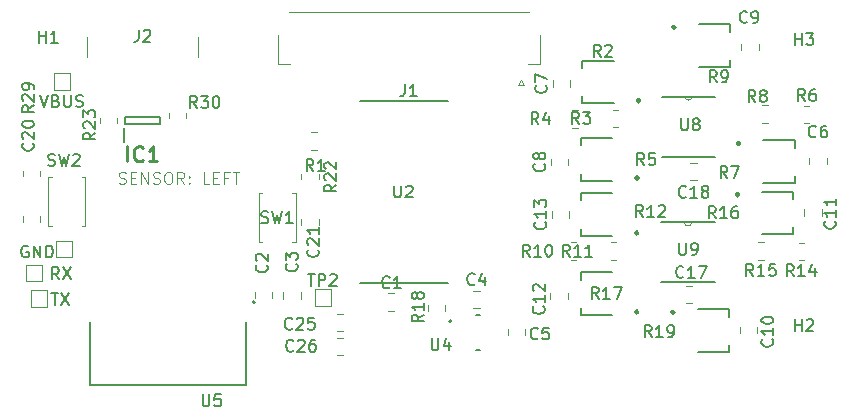
<source format=gbr>
%TF.GenerationSoftware,KiCad,Pcbnew,9.0.2*%
%TF.CreationDate,2025-11-18T20:52:18-03:00*%
%TF.ProjectId,Smart_insoles_2025_v1,536d6172-745f-4696-9e73-6f6c65735f32,rev?*%
%TF.SameCoordinates,Original*%
%TF.FileFunction,Legend,Top*%
%TF.FilePolarity,Positive*%
%FSLAX46Y46*%
G04 Gerber Fmt 4.6, Leading zero omitted, Abs format (unit mm)*
G04 Created by KiCad (PCBNEW 9.0.2) date 2025-11-18 20:52:18*
%MOMM*%
%LPD*%
G01*
G04 APERTURE LIST*
%ADD10C,0.100000*%
%ADD11C,0.150000*%
%ADD12C,0.254000*%
%ADD13C,0.120000*%
%ADD14C,0.127000*%
%ADD15C,0.240000*%
%ADD16C,0.200000*%
%ADD17C,0.152400*%
G04 APERTURE END LIST*
D10*
X113656265Y-84024800D02*
X113799122Y-84072419D01*
X113799122Y-84072419D02*
X114037217Y-84072419D01*
X114037217Y-84072419D02*
X114132455Y-84024800D01*
X114132455Y-84024800D02*
X114180074Y-83977180D01*
X114180074Y-83977180D02*
X114227693Y-83881942D01*
X114227693Y-83881942D02*
X114227693Y-83786704D01*
X114227693Y-83786704D02*
X114180074Y-83691466D01*
X114180074Y-83691466D02*
X114132455Y-83643847D01*
X114132455Y-83643847D02*
X114037217Y-83596228D01*
X114037217Y-83596228D02*
X113846741Y-83548609D01*
X113846741Y-83548609D02*
X113751503Y-83500990D01*
X113751503Y-83500990D02*
X113703884Y-83453371D01*
X113703884Y-83453371D02*
X113656265Y-83358133D01*
X113656265Y-83358133D02*
X113656265Y-83262895D01*
X113656265Y-83262895D02*
X113703884Y-83167657D01*
X113703884Y-83167657D02*
X113751503Y-83120038D01*
X113751503Y-83120038D02*
X113846741Y-83072419D01*
X113846741Y-83072419D02*
X114084836Y-83072419D01*
X114084836Y-83072419D02*
X114227693Y-83120038D01*
X114656265Y-83548609D02*
X114989598Y-83548609D01*
X115132455Y-84072419D02*
X114656265Y-84072419D01*
X114656265Y-84072419D02*
X114656265Y-83072419D01*
X114656265Y-83072419D02*
X115132455Y-83072419D01*
X115561027Y-84072419D02*
X115561027Y-83072419D01*
X115561027Y-83072419D02*
X116132455Y-84072419D01*
X116132455Y-84072419D02*
X116132455Y-83072419D01*
X116561027Y-84024800D02*
X116703884Y-84072419D01*
X116703884Y-84072419D02*
X116941979Y-84072419D01*
X116941979Y-84072419D02*
X117037217Y-84024800D01*
X117037217Y-84024800D02*
X117084836Y-83977180D01*
X117084836Y-83977180D02*
X117132455Y-83881942D01*
X117132455Y-83881942D02*
X117132455Y-83786704D01*
X117132455Y-83786704D02*
X117084836Y-83691466D01*
X117084836Y-83691466D02*
X117037217Y-83643847D01*
X117037217Y-83643847D02*
X116941979Y-83596228D01*
X116941979Y-83596228D02*
X116751503Y-83548609D01*
X116751503Y-83548609D02*
X116656265Y-83500990D01*
X116656265Y-83500990D02*
X116608646Y-83453371D01*
X116608646Y-83453371D02*
X116561027Y-83358133D01*
X116561027Y-83358133D02*
X116561027Y-83262895D01*
X116561027Y-83262895D02*
X116608646Y-83167657D01*
X116608646Y-83167657D02*
X116656265Y-83120038D01*
X116656265Y-83120038D02*
X116751503Y-83072419D01*
X116751503Y-83072419D02*
X116989598Y-83072419D01*
X116989598Y-83072419D02*
X117132455Y-83120038D01*
X117751503Y-83072419D02*
X117941979Y-83072419D01*
X117941979Y-83072419D02*
X118037217Y-83120038D01*
X118037217Y-83120038D02*
X118132455Y-83215276D01*
X118132455Y-83215276D02*
X118180074Y-83405752D01*
X118180074Y-83405752D02*
X118180074Y-83739085D01*
X118180074Y-83739085D02*
X118132455Y-83929561D01*
X118132455Y-83929561D02*
X118037217Y-84024800D01*
X118037217Y-84024800D02*
X117941979Y-84072419D01*
X117941979Y-84072419D02*
X117751503Y-84072419D01*
X117751503Y-84072419D02*
X117656265Y-84024800D01*
X117656265Y-84024800D02*
X117561027Y-83929561D01*
X117561027Y-83929561D02*
X117513408Y-83739085D01*
X117513408Y-83739085D02*
X117513408Y-83405752D01*
X117513408Y-83405752D02*
X117561027Y-83215276D01*
X117561027Y-83215276D02*
X117656265Y-83120038D01*
X117656265Y-83120038D02*
X117751503Y-83072419D01*
X119180074Y-84072419D02*
X118846741Y-83596228D01*
X118608646Y-84072419D02*
X118608646Y-83072419D01*
X118608646Y-83072419D02*
X118989598Y-83072419D01*
X118989598Y-83072419D02*
X119084836Y-83120038D01*
X119084836Y-83120038D02*
X119132455Y-83167657D01*
X119132455Y-83167657D02*
X119180074Y-83262895D01*
X119180074Y-83262895D02*
X119180074Y-83405752D01*
X119180074Y-83405752D02*
X119132455Y-83500990D01*
X119132455Y-83500990D02*
X119084836Y-83548609D01*
X119084836Y-83548609D02*
X118989598Y-83596228D01*
X118989598Y-83596228D02*
X118608646Y-83596228D01*
X119608646Y-83977180D02*
X119656265Y-84024800D01*
X119656265Y-84024800D02*
X119608646Y-84072419D01*
X119608646Y-84072419D02*
X119561027Y-84024800D01*
X119561027Y-84024800D02*
X119608646Y-83977180D01*
X119608646Y-83977180D02*
X119608646Y-84072419D01*
X119608646Y-83453371D02*
X119656265Y-83500990D01*
X119656265Y-83500990D02*
X119608646Y-83548609D01*
X119608646Y-83548609D02*
X119561027Y-83500990D01*
X119561027Y-83500990D02*
X119608646Y-83453371D01*
X119608646Y-83453371D02*
X119608646Y-83548609D01*
X121322931Y-84072419D02*
X120846741Y-84072419D01*
X120846741Y-84072419D02*
X120846741Y-83072419D01*
X121656265Y-83548609D02*
X121989598Y-83548609D01*
X122132455Y-84072419D02*
X121656265Y-84072419D01*
X121656265Y-84072419D02*
X121656265Y-83072419D01*
X121656265Y-83072419D02*
X122132455Y-83072419D01*
X122894360Y-83548609D02*
X122561027Y-83548609D01*
X122561027Y-84072419D02*
X122561027Y-83072419D01*
X122561027Y-83072419D02*
X123037217Y-83072419D01*
X123275313Y-83072419D02*
X123846741Y-83072419D01*
X123561027Y-84072419D02*
X123561027Y-83072419D01*
D11*
X148434641Y-90234582D02*
X148101308Y-89758391D01*
X147863213Y-90234582D02*
X147863213Y-89234582D01*
X147863213Y-89234582D02*
X148244165Y-89234582D01*
X148244165Y-89234582D02*
X148339403Y-89282201D01*
X148339403Y-89282201D02*
X148387022Y-89329820D01*
X148387022Y-89329820D02*
X148434641Y-89425058D01*
X148434641Y-89425058D02*
X148434641Y-89567915D01*
X148434641Y-89567915D02*
X148387022Y-89663153D01*
X148387022Y-89663153D02*
X148339403Y-89710772D01*
X148339403Y-89710772D02*
X148244165Y-89758391D01*
X148244165Y-89758391D02*
X147863213Y-89758391D01*
X149387022Y-90234582D02*
X148815594Y-90234582D01*
X149101308Y-90234582D02*
X149101308Y-89234582D01*
X149101308Y-89234582D02*
X149006070Y-89377439D01*
X149006070Y-89377439D02*
X148910832Y-89472677D01*
X148910832Y-89472677D02*
X148815594Y-89520296D01*
X150006070Y-89234582D02*
X150101308Y-89234582D01*
X150101308Y-89234582D02*
X150196546Y-89282201D01*
X150196546Y-89282201D02*
X150244165Y-89329820D01*
X150244165Y-89329820D02*
X150291784Y-89425058D01*
X150291784Y-89425058D02*
X150339403Y-89615534D01*
X150339403Y-89615534D02*
X150339403Y-89853629D01*
X150339403Y-89853629D02*
X150291784Y-90044105D01*
X150291784Y-90044105D02*
X150244165Y-90139343D01*
X150244165Y-90139343D02*
X150196546Y-90186963D01*
X150196546Y-90186963D02*
X150101308Y-90234582D01*
X150101308Y-90234582D02*
X150006070Y-90234582D01*
X150006070Y-90234582D02*
X149910832Y-90186963D01*
X149910832Y-90186963D02*
X149863213Y-90139343D01*
X149863213Y-90139343D02*
X149815594Y-90044105D01*
X149815594Y-90044105D02*
X149767975Y-89853629D01*
X149767975Y-89853629D02*
X149767975Y-89615534D01*
X149767975Y-89615534D02*
X149815594Y-89425058D01*
X149815594Y-89425058D02*
X149863213Y-89329820D01*
X149863213Y-89329820D02*
X149910832Y-89282201D01*
X149910832Y-89282201D02*
X150006070Y-89234582D01*
X107938095Y-93354819D02*
X108509523Y-93354819D01*
X108223809Y-94354819D02*
X108223809Y-93354819D01*
X108747619Y-93354819D02*
X109414285Y-94354819D01*
X109414285Y-93354819D02*
X108747619Y-94354819D01*
X161457142Y-91959580D02*
X161409523Y-92007200D01*
X161409523Y-92007200D02*
X161266666Y-92054819D01*
X161266666Y-92054819D02*
X161171428Y-92054819D01*
X161171428Y-92054819D02*
X161028571Y-92007200D01*
X161028571Y-92007200D02*
X160933333Y-91911961D01*
X160933333Y-91911961D02*
X160885714Y-91816723D01*
X160885714Y-91816723D02*
X160838095Y-91626247D01*
X160838095Y-91626247D02*
X160838095Y-91483390D01*
X160838095Y-91483390D02*
X160885714Y-91292914D01*
X160885714Y-91292914D02*
X160933333Y-91197676D01*
X160933333Y-91197676D02*
X161028571Y-91102438D01*
X161028571Y-91102438D02*
X161171428Y-91054819D01*
X161171428Y-91054819D02*
X161266666Y-91054819D01*
X161266666Y-91054819D02*
X161409523Y-91102438D01*
X161409523Y-91102438D02*
X161457142Y-91150057D01*
X162409523Y-92054819D02*
X161838095Y-92054819D01*
X162123809Y-92054819D02*
X162123809Y-91054819D01*
X162123809Y-91054819D02*
X162028571Y-91197676D01*
X162028571Y-91197676D02*
X161933333Y-91292914D01*
X161933333Y-91292914D02*
X161838095Y-91340533D01*
X162742857Y-91054819D02*
X163409523Y-91054819D01*
X163409523Y-91054819D02*
X162980952Y-92054819D01*
X158133306Y-82479895D02*
X157799918Y-82003626D01*
X157561783Y-82479895D02*
X157561783Y-81479730D01*
X157561783Y-81479730D02*
X157942798Y-81479730D01*
X157942798Y-81479730D02*
X158038052Y-81527357D01*
X158038052Y-81527357D02*
X158085679Y-81574984D01*
X158085679Y-81574984D02*
X158133306Y-81670238D01*
X158133306Y-81670238D02*
X158133306Y-81813119D01*
X158133306Y-81813119D02*
X158085679Y-81908373D01*
X158085679Y-81908373D02*
X158038052Y-81955999D01*
X158038052Y-81955999D02*
X157942798Y-82003626D01*
X157942798Y-82003626D02*
X157561783Y-82003626D01*
X159038217Y-81479730D02*
X158561948Y-81479730D01*
X158561948Y-81479730D02*
X158514321Y-81955999D01*
X158514321Y-81955999D02*
X158561948Y-81908373D01*
X158561948Y-81908373D02*
X158657202Y-81860746D01*
X158657202Y-81860746D02*
X158895336Y-81860746D01*
X158895336Y-81860746D02*
X158990590Y-81908373D01*
X158990590Y-81908373D02*
X159038217Y-81955999D01*
X159038217Y-81955999D02*
X159085844Y-82051253D01*
X159085844Y-82051253D02*
X159085844Y-82289388D01*
X159085844Y-82289388D02*
X159038217Y-82384642D01*
X159038217Y-82384642D02*
X158990590Y-82432269D01*
X158990590Y-82432269D02*
X158895336Y-82479895D01*
X158895336Y-82479895D02*
X158657202Y-82479895D01*
X158657202Y-82479895D02*
X158561948Y-82432269D01*
X158561948Y-82432269D02*
X158514321Y-82384642D01*
X125716667Y-87357200D02*
X125859524Y-87404819D01*
X125859524Y-87404819D02*
X126097619Y-87404819D01*
X126097619Y-87404819D02*
X126192857Y-87357200D01*
X126192857Y-87357200D02*
X126240476Y-87309580D01*
X126240476Y-87309580D02*
X126288095Y-87214342D01*
X126288095Y-87214342D02*
X126288095Y-87119104D01*
X126288095Y-87119104D02*
X126240476Y-87023866D01*
X126240476Y-87023866D02*
X126192857Y-86976247D01*
X126192857Y-86976247D02*
X126097619Y-86928628D01*
X126097619Y-86928628D02*
X125907143Y-86881009D01*
X125907143Y-86881009D02*
X125811905Y-86833390D01*
X125811905Y-86833390D02*
X125764286Y-86785771D01*
X125764286Y-86785771D02*
X125716667Y-86690533D01*
X125716667Y-86690533D02*
X125716667Y-86595295D01*
X125716667Y-86595295D02*
X125764286Y-86500057D01*
X125764286Y-86500057D02*
X125811905Y-86452438D01*
X125811905Y-86452438D02*
X125907143Y-86404819D01*
X125907143Y-86404819D02*
X126145238Y-86404819D01*
X126145238Y-86404819D02*
X126288095Y-86452438D01*
X126621429Y-86404819D02*
X126859524Y-87404819D01*
X126859524Y-87404819D02*
X127050000Y-86690533D01*
X127050000Y-86690533D02*
X127240476Y-87404819D01*
X127240476Y-87404819D02*
X127478572Y-86404819D01*
X128383333Y-87404819D02*
X127811905Y-87404819D01*
X128097619Y-87404819D02*
X128097619Y-86404819D01*
X128097619Y-86404819D02*
X128002381Y-86547676D01*
X128002381Y-86547676D02*
X127907143Y-86642914D01*
X127907143Y-86642914D02*
X127811905Y-86690533D01*
X170780807Y-91907219D02*
X170447474Y-91431028D01*
X170209379Y-91907219D02*
X170209379Y-90907219D01*
X170209379Y-90907219D02*
X170590331Y-90907219D01*
X170590331Y-90907219D02*
X170685569Y-90954838D01*
X170685569Y-90954838D02*
X170733188Y-91002457D01*
X170733188Y-91002457D02*
X170780807Y-91097695D01*
X170780807Y-91097695D02*
X170780807Y-91240552D01*
X170780807Y-91240552D02*
X170733188Y-91335790D01*
X170733188Y-91335790D02*
X170685569Y-91383409D01*
X170685569Y-91383409D02*
X170590331Y-91431028D01*
X170590331Y-91431028D02*
X170209379Y-91431028D01*
X171733188Y-91907219D02*
X171161760Y-91907219D01*
X171447474Y-91907219D02*
X171447474Y-90907219D01*
X171447474Y-90907219D02*
X171352236Y-91050076D01*
X171352236Y-91050076D02*
X171256998Y-91145314D01*
X171256998Y-91145314D02*
X171161760Y-91192933D01*
X172590331Y-91240552D02*
X172590331Y-91907219D01*
X172352236Y-90859600D02*
X172114141Y-91573885D01*
X172114141Y-91573885D02*
X172733188Y-91573885D01*
X152614632Y-78989182D02*
X152281299Y-78512991D01*
X152043204Y-78989182D02*
X152043204Y-77989182D01*
X152043204Y-77989182D02*
X152424156Y-77989182D01*
X152424156Y-77989182D02*
X152519394Y-78036801D01*
X152519394Y-78036801D02*
X152567013Y-78084420D01*
X152567013Y-78084420D02*
X152614632Y-78179658D01*
X152614632Y-78179658D02*
X152614632Y-78322515D01*
X152614632Y-78322515D02*
X152567013Y-78417753D01*
X152567013Y-78417753D02*
X152519394Y-78465372D01*
X152519394Y-78465372D02*
X152424156Y-78512991D01*
X152424156Y-78512991D02*
X152043204Y-78512991D01*
X152947966Y-77989182D02*
X153567013Y-77989182D01*
X153567013Y-77989182D02*
X153233680Y-78370134D01*
X153233680Y-78370134D02*
X153376537Y-78370134D01*
X153376537Y-78370134D02*
X153471775Y-78417753D01*
X153471775Y-78417753D02*
X153519394Y-78465372D01*
X153519394Y-78465372D02*
X153567013Y-78560610D01*
X153567013Y-78560610D02*
X153567013Y-78798705D01*
X153567013Y-78798705D02*
X153519394Y-78893943D01*
X153519394Y-78893943D02*
X153471775Y-78941563D01*
X153471775Y-78941563D02*
X153376537Y-78989182D01*
X153376537Y-78989182D02*
X153090823Y-78989182D01*
X153090823Y-78989182D02*
X152995585Y-78941563D01*
X152995585Y-78941563D02*
X152947966Y-78893943D01*
X132054819Y-84142857D02*
X131578628Y-84476190D01*
X132054819Y-84714285D02*
X131054819Y-84714285D01*
X131054819Y-84714285D02*
X131054819Y-84333333D01*
X131054819Y-84333333D02*
X131102438Y-84238095D01*
X131102438Y-84238095D02*
X131150057Y-84190476D01*
X131150057Y-84190476D02*
X131245295Y-84142857D01*
X131245295Y-84142857D02*
X131388152Y-84142857D01*
X131388152Y-84142857D02*
X131483390Y-84190476D01*
X131483390Y-84190476D02*
X131531009Y-84238095D01*
X131531009Y-84238095D02*
X131578628Y-84333333D01*
X131578628Y-84333333D02*
X131578628Y-84714285D01*
X131150057Y-83761904D02*
X131102438Y-83714285D01*
X131102438Y-83714285D02*
X131054819Y-83619047D01*
X131054819Y-83619047D02*
X131054819Y-83380952D01*
X131054819Y-83380952D02*
X131102438Y-83285714D01*
X131102438Y-83285714D02*
X131150057Y-83238095D01*
X131150057Y-83238095D02*
X131245295Y-83190476D01*
X131245295Y-83190476D02*
X131340533Y-83190476D01*
X131340533Y-83190476D02*
X131483390Y-83238095D01*
X131483390Y-83238095D02*
X132054819Y-83809523D01*
X132054819Y-83809523D02*
X132054819Y-83190476D01*
X131150057Y-82809523D02*
X131102438Y-82761904D01*
X131102438Y-82761904D02*
X131054819Y-82666666D01*
X131054819Y-82666666D02*
X131054819Y-82428571D01*
X131054819Y-82428571D02*
X131102438Y-82333333D01*
X131102438Y-82333333D02*
X131150057Y-82285714D01*
X131150057Y-82285714D02*
X131245295Y-82238095D01*
X131245295Y-82238095D02*
X131340533Y-82238095D01*
X131340533Y-82238095D02*
X131483390Y-82285714D01*
X131483390Y-82285714D02*
X132054819Y-82857142D01*
X132054819Y-82857142D02*
X132054819Y-82238095D01*
D12*
X114360237Y-82174318D02*
X114360237Y-80904318D01*
X115690714Y-82053365D02*
X115630238Y-82113842D01*
X115630238Y-82113842D02*
X115448809Y-82174318D01*
X115448809Y-82174318D02*
X115327857Y-82174318D01*
X115327857Y-82174318D02*
X115146428Y-82113842D01*
X115146428Y-82113842D02*
X115025476Y-81992889D01*
X115025476Y-81992889D02*
X114964999Y-81871937D01*
X114964999Y-81871937D02*
X114904523Y-81630032D01*
X114904523Y-81630032D02*
X114904523Y-81448603D01*
X114904523Y-81448603D02*
X114964999Y-81206699D01*
X114964999Y-81206699D02*
X115025476Y-81085746D01*
X115025476Y-81085746D02*
X115146428Y-80964794D01*
X115146428Y-80964794D02*
X115327857Y-80904318D01*
X115327857Y-80904318D02*
X115448809Y-80904318D01*
X115448809Y-80904318D02*
X115630238Y-80964794D01*
X115630238Y-80964794D02*
X115690714Y-81025270D01*
X116900238Y-82174318D02*
X116174523Y-82174318D01*
X116537380Y-82174318D02*
X116537380Y-80904318D01*
X116537380Y-80904318D02*
X116416428Y-81085746D01*
X116416428Y-81085746D02*
X116295476Y-81206699D01*
X116295476Y-81206699D02*
X116174523Y-81267175D01*
D11*
X149732079Y-87322620D02*
X149779699Y-87370239D01*
X149779699Y-87370239D02*
X149827318Y-87513096D01*
X149827318Y-87513096D02*
X149827318Y-87608334D01*
X149827318Y-87608334D02*
X149779699Y-87751191D01*
X149779699Y-87751191D02*
X149684460Y-87846429D01*
X149684460Y-87846429D02*
X149589222Y-87894048D01*
X149589222Y-87894048D02*
X149398746Y-87941667D01*
X149398746Y-87941667D02*
X149255889Y-87941667D01*
X149255889Y-87941667D02*
X149065413Y-87894048D01*
X149065413Y-87894048D02*
X148970175Y-87846429D01*
X148970175Y-87846429D02*
X148874937Y-87751191D01*
X148874937Y-87751191D02*
X148827318Y-87608334D01*
X148827318Y-87608334D02*
X148827318Y-87513096D01*
X148827318Y-87513096D02*
X148874937Y-87370239D01*
X148874937Y-87370239D02*
X148922556Y-87322620D01*
X149827318Y-86370239D02*
X149827318Y-86941667D01*
X149827318Y-86655953D02*
X148827318Y-86655953D01*
X148827318Y-86655953D02*
X148970175Y-86751191D01*
X148970175Y-86751191D02*
X149065413Y-86846429D01*
X149065413Y-86846429D02*
X149113032Y-86941667D01*
X148827318Y-86036905D02*
X148827318Y-85417858D01*
X148827318Y-85417858D02*
X149208270Y-85751191D01*
X149208270Y-85751191D02*
X149208270Y-85608334D01*
X149208270Y-85608334D02*
X149255889Y-85513096D01*
X149255889Y-85513096D02*
X149303508Y-85465477D01*
X149303508Y-85465477D02*
X149398746Y-85417858D01*
X149398746Y-85417858D02*
X149636841Y-85417858D01*
X149636841Y-85417858D02*
X149732079Y-85465477D01*
X149732079Y-85465477D02*
X149779699Y-85513096D01*
X149779699Y-85513096D02*
X149827318Y-85608334D01*
X149827318Y-85608334D02*
X149827318Y-85894048D01*
X149827318Y-85894048D02*
X149779699Y-85989286D01*
X149779699Y-85989286D02*
X149732079Y-86036905D01*
X164179201Y-86984658D02*
X163845813Y-86508389D01*
X163607678Y-86984658D02*
X163607678Y-85984493D01*
X163607678Y-85984493D02*
X163988693Y-85984493D01*
X163988693Y-85984493D02*
X164083947Y-86032120D01*
X164083947Y-86032120D02*
X164131574Y-86079747D01*
X164131574Y-86079747D02*
X164179201Y-86175001D01*
X164179201Y-86175001D02*
X164179201Y-86317882D01*
X164179201Y-86317882D02*
X164131574Y-86413136D01*
X164131574Y-86413136D02*
X164083947Y-86460762D01*
X164083947Y-86460762D02*
X163988693Y-86508389D01*
X163988693Y-86508389D02*
X163607678Y-86508389D01*
X165131739Y-86984658D02*
X164560216Y-86984658D01*
X164845978Y-86984658D02*
X164845978Y-85984493D01*
X164845978Y-85984493D02*
X164750724Y-86127374D01*
X164750724Y-86127374D02*
X164655470Y-86222628D01*
X164655470Y-86222628D02*
X164560216Y-86270255D01*
X165989023Y-85984493D02*
X165798516Y-85984493D01*
X165798516Y-85984493D02*
X165703262Y-86032120D01*
X165703262Y-86032120D02*
X165655635Y-86079747D01*
X165655635Y-86079747D02*
X165560381Y-86222628D01*
X165560381Y-86222628D02*
X165512754Y-86413136D01*
X165512754Y-86413136D02*
X165512754Y-86794151D01*
X165512754Y-86794151D02*
X165560381Y-86889405D01*
X165560381Y-86889405D02*
X165608008Y-86937032D01*
X165608008Y-86937032D02*
X165703262Y-86984658D01*
X165703262Y-86984658D02*
X165893769Y-86984658D01*
X165893769Y-86984658D02*
X165989023Y-86937032D01*
X165989023Y-86937032D02*
X166036650Y-86889405D01*
X166036650Y-86889405D02*
X166084277Y-86794151D01*
X166084277Y-86794151D02*
X166084277Y-86556016D01*
X166084277Y-86556016D02*
X166036650Y-86460762D01*
X166036650Y-86460762D02*
X165989023Y-86413136D01*
X165989023Y-86413136D02*
X165893769Y-86365509D01*
X165893769Y-86365509D02*
X165703262Y-86365509D01*
X165703262Y-86365509D02*
X165608008Y-86413136D01*
X165608008Y-86413136D02*
X165560381Y-86460762D01*
X165560381Y-86460762D02*
X165512754Y-86556016D01*
X167533333Y-77154819D02*
X167200000Y-76678628D01*
X166961905Y-77154819D02*
X166961905Y-76154819D01*
X166961905Y-76154819D02*
X167342857Y-76154819D01*
X167342857Y-76154819D02*
X167438095Y-76202438D01*
X167438095Y-76202438D02*
X167485714Y-76250057D01*
X167485714Y-76250057D02*
X167533333Y-76345295D01*
X167533333Y-76345295D02*
X167533333Y-76488152D01*
X167533333Y-76488152D02*
X167485714Y-76583390D01*
X167485714Y-76583390D02*
X167438095Y-76631009D01*
X167438095Y-76631009D02*
X167342857Y-76678628D01*
X167342857Y-76678628D02*
X166961905Y-76678628D01*
X168104762Y-76583390D02*
X168009524Y-76535771D01*
X168009524Y-76535771D02*
X167961905Y-76488152D01*
X167961905Y-76488152D02*
X167914286Y-76392914D01*
X167914286Y-76392914D02*
X167914286Y-76345295D01*
X167914286Y-76345295D02*
X167961905Y-76250057D01*
X167961905Y-76250057D02*
X168009524Y-76202438D01*
X168009524Y-76202438D02*
X168104762Y-76154819D01*
X168104762Y-76154819D02*
X168295238Y-76154819D01*
X168295238Y-76154819D02*
X168390476Y-76202438D01*
X168390476Y-76202438D02*
X168438095Y-76250057D01*
X168438095Y-76250057D02*
X168485714Y-76345295D01*
X168485714Y-76345295D02*
X168485714Y-76392914D01*
X168485714Y-76392914D02*
X168438095Y-76488152D01*
X168438095Y-76488152D02*
X168390476Y-76535771D01*
X168390476Y-76535771D02*
X168295238Y-76583390D01*
X168295238Y-76583390D02*
X168104762Y-76583390D01*
X168104762Y-76583390D02*
X168009524Y-76631009D01*
X168009524Y-76631009D02*
X167961905Y-76678628D01*
X167961905Y-76678628D02*
X167914286Y-76773866D01*
X167914286Y-76773866D02*
X167914286Y-76964342D01*
X167914286Y-76964342D02*
X167961905Y-77059580D01*
X167961905Y-77059580D02*
X168009524Y-77107200D01*
X168009524Y-77107200D02*
X168104762Y-77154819D01*
X168104762Y-77154819D02*
X168295238Y-77154819D01*
X168295238Y-77154819D02*
X168390476Y-77107200D01*
X168390476Y-77107200D02*
X168438095Y-77059580D01*
X168438095Y-77059580D02*
X168485714Y-76964342D01*
X168485714Y-76964342D02*
X168485714Y-76773866D01*
X168485714Y-76773866D02*
X168438095Y-76678628D01*
X168438095Y-76678628D02*
X168390476Y-76631009D01*
X168390476Y-76631009D02*
X168295238Y-76583390D01*
X120738095Y-101904819D02*
X120738095Y-102714342D01*
X120738095Y-102714342D02*
X120785714Y-102809580D01*
X120785714Y-102809580D02*
X120833333Y-102857200D01*
X120833333Y-102857200D02*
X120928571Y-102904819D01*
X120928571Y-102904819D02*
X121119047Y-102904819D01*
X121119047Y-102904819D02*
X121214285Y-102857200D01*
X121214285Y-102857200D02*
X121261904Y-102809580D01*
X121261904Y-102809580D02*
X121309523Y-102714342D01*
X121309523Y-102714342D02*
X121309523Y-101904819D01*
X122261904Y-101904819D02*
X121785714Y-101904819D01*
X121785714Y-101904819D02*
X121738095Y-102381009D01*
X121738095Y-102381009D02*
X121785714Y-102333390D01*
X121785714Y-102333390D02*
X121880952Y-102285771D01*
X121880952Y-102285771D02*
X122119047Y-102285771D01*
X122119047Y-102285771D02*
X122214285Y-102333390D01*
X122214285Y-102333390D02*
X122261904Y-102381009D01*
X122261904Y-102381009D02*
X122309523Y-102476247D01*
X122309523Y-102476247D02*
X122309523Y-102714342D01*
X122309523Y-102714342D02*
X122261904Y-102809580D01*
X122261904Y-102809580D02*
X122214285Y-102857200D01*
X122214285Y-102857200D02*
X122119047Y-102904819D01*
X122119047Y-102904819D02*
X121880952Y-102904819D01*
X121880952Y-102904819D02*
X121785714Y-102857200D01*
X121785714Y-102857200D02*
X121738095Y-102809580D01*
X167361642Y-91865219D02*
X167028309Y-91389028D01*
X166790214Y-91865219D02*
X166790214Y-90865219D01*
X166790214Y-90865219D02*
X167171166Y-90865219D01*
X167171166Y-90865219D02*
X167266404Y-90912838D01*
X167266404Y-90912838D02*
X167314023Y-90960457D01*
X167314023Y-90960457D02*
X167361642Y-91055695D01*
X167361642Y-91055695D02*
X167361642Y-91198552D01*
X167361642Y-91198552D02*
X167314023Y-91293790D01*
X167314023Y-91293790D02*
X167266404Y-91341409D01*
X167266404Y-91341409D02*
X167171166Y-91389028D01*
X167171166Y-91389028D02*
X166790214Y-91389028D01*
X168314023Y-91865219D02*
X167742595Y-91865219D01*
X168028309Y-91865219D02*
X168028309Y-90865219D01*
X168028309Y-90865219D02*
X167933071Y-91008076D01*
X167933071Y-91008076D02*
X167837833Y-91103314D01*
X167837833Y-91103314D02*
X167742595Y-91150933D01*
X169218785Y-90865219D02*
X168742595Y-90865219D01*
X168742595Y-90865219D02*
X168694976Y-91341409D01*
X168694976Y-91341409D02*
X168742595Y-91293790D01*
X168742595Y-91293790D02*
X168837833Y-91246171D01*
X168837833Y-91246171D02*
X169075928Y-91246171D01*
X169075928Y-91246171D02*
X169171166Y-91293790D01*
X169171166Y-91293790D02*
X169218785Y-91341409D01*
X169218785Y-91341409D02*
X169266404Y-91436647D01*
X169266404Y-91436647D02*
X169266404Y-91674742D01*
X169266404Y-91674742D02*
X169218785Y-91769980D01*
X169218785Y-91769980D02*
X169171166Y-91817600D01*
X169171166Y-91817600D02*
X169075928Y-91865219D01*
X169075928Y-91865219D02*
X168837833Y-91865219D01*
X168837833Y-91865219D02*
X168742595Y-91817600D01*
X168742595Y-91817600D02*
X168694976Y-91769980D01*
X165168805Y-83574258D02*
X164835417Y-83097989D01*
X164597282Y-83574258D02*
X164597282Y-82574093D01*
X164597282Y-82574093D02*
X164978297Y-82574093D01*
X164978297Y-82574093D02*
X165073551Y-82621720D01*
X165073551Y-82621720D02*
X165121178Y-82669347D01*
X165121178Y-82669347D02*
X165168805Y-82764601D01*
X165168805Y-82764601D02*
X165168805Y-82907482D01*
X165168805Y-82907482D02*
X165121178Y-83002736D01*
X165121178Y-83002736D02*
X165073551Y-83050362D01*
X165073551Y-83050362D02*
X164978297Y-83097989D01*
X164978297Y-83097989D02*
X164597282Y-83097989D01*
X165502193Y-82574093D02*
X166168970Y-82574093D01*
X166168970Y-82574093D02*
X165740328Y-83574258D01*
X128422142Y-98184580D02*
X128374523Y-98232200D01*
X128374523Y-98232200D02*
X128231666Y-98279819D01*
X128231666Y-98279819D02*
X128136428Y-98279819D01*
X128136428Y-98279819D02*
X127993571Y-98232200D01*
X127993571Y-98232200D02*
X127898333Y-98136961D01*
X127898333Y-98136961D02*
X127850714Y-98041723D01*
X127850714Y-98041723D02*
X127803095Y-97851247D01*
X127803095Y-97851247D02*
X127803095Y-97708390D01*
X127803095Y-97708390D02*
X127850714Y-97517914D01*
X127850714Y-97517914D02*
X127898333Y-97422676D01*
X127898333Y-97422676D02*
X127993571Y-97327438D01*
X127993571Y-97327438D02*
X128136428Y-97279819D01*
X128136428Y-97279819D02*
X128231666Y-97279819D01*
X128231666Y-97279819D02*
X128374523Y-97327438D01*
X128374523Y-97327438D02*
X128422142Y-97375057D01*
X128803095Y-97375057D02*
X128850714Y-97327438D01*
X128850714Y-97327438D02*
X128945952Y-97279819D01*
X128945952Y-97279819D02*
X129184047Y-97279819D01*
X129184047Y-97279819D02*
X129279285Y-97327438D01*
X129279285Y-97327438D02*
X129326904Y-97375057D01*
X129326904Y-97375057D02*
X129374523Y-97470295D01*
X129374523Y-97470295D02*
X129374523Y-97565533D01*
X129374523Y-97565533D02*
X129326904Y-97708390D01*
X129326904Y-97708390D02*
X128755476Y-98279819D01*
X128755476Y-98279819D02*
X129374523Y-98279819D01*
X130231666Y-97279819D02*
X130041190Y-97279819D01*
X130041190Y-97279819D02*
X129945952Y-97327438D01*
X129945952Y-97327438D02*
X129898333Y-97375057D01*
X129898333Y-97375057D02*
X129803095Y-97517914D01*
X129803095Y-97517914D02*
X129755476Y-97708390D01*
X129755476Y-97708390D02*
X129755476Y-98089342D01*
X129755476Y-98089342D02*
X129803095Y-98184580D01*
X129803095Y-98184580D02*
X129850714Y-98232200D01*
X129850714Y-98232200D02*
X129945952Y-98279819D01*
X129945952Y-98279819D02*
X130136428Y-98279819D01*
X130136428Y-98279819D02*
X130231666Y-98232200D01*
X130231666Y-98232200D02*
X130279285Y-98184580D01*
X130279285Y-98184580D02*
X130326904Y-98089342D01*
X130326904Y-98089342D02*
X130326904Y-97851247D01*
X130326904Y-97851247D02*
X130279285Y-97756009D01*
X130279285Y-97756009D02*
X130231666Y-97708390D01*
X130231666Y-97708390D02*
X130136428Y-97660771D01*
X130136428Y-97660771D02*
X129945952Y-97660771D01*
X129945952Y-97660771D02*
X129850714Y-97708390D01*
X129850714Y-97708390D02*
X129803095Y-97756009D01*
X129803095Y-97756009D02*
X129755476Y-97851247D01*
X154264871Y-93834658D02*
X153931483Y-93358389D01*
X153693348Y-93834658D02*
X153693348Y-92834493D01*
X153693348Y-92834493D02*
X154074363Y-92834493D01*
X154074363Y-92834493D02*
X154169617Y-92882120D01*
X154169617Y-92882120D02*
X154217244Y-92929747D01*
X154217244Y-92929747D02*
X154264871Y-93025001D01*
X154264871Y-93025001D02*
X154264871Y-93167882D01*
X154264871Y-93167882D02*
X154217244Y-93263136D01*
X154217244Y-93263136D02*
X154169617Y-93310762D01*
X154169617Y-93310762D02*
X154074363Y-93358389D01*
X154074363Y-93358389D02*
X153693348Y-93358389D01*
X155217409Y-93834658D02*
X154645886Y-93834658D01*
X154931648Y-93834658D02*
X154931648Y-92834493D01*
X154931648Y-92834493D02*
X154836394Y-92977374D01*
X154836394Y-92977374D02*
X154741140Y-93072628D01*
X154741140Y-93072628D02*
X154645886Y-93120255D01*
X155550797Y-92834493D02*
X156217574Y-92834493D01*
X156217574Y-92834493D02*
X155788932Y-93834658D01*
X136963594Y-84224182D02*
X136963594Y-85033705D01*
X136963594Y-85033705D02*
X137011213Y-85128943D01*
X137011213Y-85128943D02*
X137058832Y-85176563D01*
X137058832Y-85176563D02*
X137154070Y-85224182D01*
X137154070Y-85224182D02*
X137344546Y-85224182D01*
X137344546Y-85224182D02*
X137439784Y-85176563D01*
X137439784Y-85176563D02*
X137487403Y-85128943D01*
X137487403Y-85128943D02*
X137535022Y-85033705D01*
X137535022Y-85033705D02*
X137535022Y-84224182D01*
X137963594Y-84319420D02*
X138011213Y-84271801D01*
X138011213Y-84271801D02*
X138106451Y-84224182D01*
X138106451Y-84224182D02*
X138344546Y-84224182D01*
X138344546Y-84224182D02*
X138439784Y-84271801D01*
X138439784Y-84271801D02*
X138487403Y-84319420D01*
X138487403Y-84319420D02*
X138535022Y-84414658D01*
X138535022Y-84414658D02*
X138535022Y-84509896D01*
X138535022Y-84509896D02*
X138487403Y-84652753D01*
X138487403Y-84652753D02*
X137915975Y-85224182D01*
X137915975Y-85224182D02*
X138535022Y-85224182D01*
X172678633Y-80059580D02*
X172631014Y-80107200D01*
X172631014Y-80107200D02*
X172488157Y-80154819D01*
X172488157Y-80154819D02*
X172392919Y-80154819D01*
X172392919Y-80154819D02*
X172250062Y-80107200D01*
X172250062Y-80107200D02*
X172154824Y-80011961D01*
X172154824Y-80011961D02*
X172107205Y-79916723D01*
X172107205Y-79916723D02*
X172059586Y-79726247D01*
X172059586Y-79726247D02*
X172059586Y-79583390D01*
X172059586Y-79583390D02*
X172107205Y-79392914D01*
X172107205Y-79392914D02*
X172154824Y-79297676D01*
X172154824Y-79297676D02*
X172250062Y-79202438D01*
X172250062Y-79202438D02*
X172392919Y-79154819D01*
X172392919Y-79154819D02*
X172488157Y-79154819D01*
X172488157Y-79154819D02*
X172631014Y-79202438D01*
X172631014Y-79202438D02*
X172678633Y-79250057D01*
X173535776Y-79154819D02*
X173345300Y-79154819D01*
X173345300Y-79154819D02*
X173250062Y-79202438D01*
X173250062Y-79202438D02*
X173202443Y-79250057D01*
X173202443Y-79250057D02*
X173107205Y-79392914D01*
X173107205Y-79392914D02*
X173059586Y-79583390D01*
X173059586Y-79583390D02*
X173059586Y-79964342D01*
X173059586Y-79964342D02*
X173107205Y-80059580D01*
X173107205Y-80059580D02*
X173154824Y-80107200D01*
X173154824Y-80107200D02*
X173250062Y-80154819D01*
X173250062Y-80154819D02*
X173440538Y-80154819D01*
X173440538Y-80154819D02*
X173535776Y-80107200D01*
X173535776Y-80107200D02*
X173583395Y-80059580D01*
X173583395Y-80059580D02*
X173631014Y-79964342D01*
X173631014Y-79964342D02*
X173631014Y-79726247D01*
X173631014Y-79726247D02*
X173583395Y-79631009D01*
X173583395Y-79631009D02*
X173535776Y-79583390D01*
X173535776Y-79583390D02*
X173440538Y-79535771D01*
X173440538Y-79535771D02*
X173250062Y-79535771D01*
X173250062Y-79535771D02*
X173154824Y-79583390D01*
X173154824Y-79583390D02*
X173107205Y-79631009D01*
X173107205Y-79631009D02*
X173059586Y-79726247D01*
X171733333Y-77054819D02*
X171400000Y-76578628D01*
X171161905Y-77054819D02*
X171161905Y-76054819D01*
X171161905Y-76054819D02*
X171542857Y-76054819D01*
X171542857Y-76054819D02*
X171638095Y-76102438D01*
X171638095Y-76102438D02*
X171685714Y-76150057D01*
X171685714Y-76150057D02*
X171733333Y-76245295D01*
X171733333Y-76245295D02*
X171733333Y-76388152D01*
X171733333Y-76388152D02*
X171685714Y-76483390D01*
X171685714Y-76483390D02*
X171638095Y-76531009D01*
X171638095Y-76531009D02*
X171542857Y-76578628D01*
X171542857Y-76578628D02*
X171161905Y-76578628D01*
X172590476Y-76054819D02*
X172400000Y-76054819D01*
X172400000Y-76054819D02*
X172304762Y-76102438D01*
X172304762Y-76102438D02*
X172257143Y-76150057D01*
X172257143Y-76150057D02*
X172161905Y-76292914D01*
X172161905Y-76292914D02*
X172114286Y-76483390D01*
X172114286Y-76483390D02*
X172114286Y-76864342D01*
X172114286Y-76864342D02*
X172161905Y-76959580D01*
X172161905Y-76959580D02*
X172209524Y-77007200D01*
X172209524Y-77007200D02*
X172304762Y-77054819D01*
X172304762Y-77054819D02*
X172495238Y-77054819D01*
X172495238Y-77054819D02*
X172590476Y-77007200D01*
X172590476Y-77007200D02*
X172638095Y-76959580D01*
X172638095Y-76959580D02*
X172685714Y-76864342D01*
X172685714Y-76864342D02*
X172685714Y-76626247D01*
X172685714Y-76626247D02*
X172638095Y-76531009D01*
X172638095Y-76531009D02*
X172590476Y-76483390D01*
X172590476Y-76483390D02*
X172495238Y-76435771D01*
X172495238Y-76435771D02*
X172304762Y-76435771D01*
X172304762Y-76435771D02*
X172209524Y-76483390D01*
X172209524Y-76483390D02*
X172161905Y-76531009D01*
X172161905Y-76531009D02*
X172114286Y-76626247D01*
X128322142Y-96319580D02*
X128274523Y-96367200D01*
X128274523Y-96367200D02*
X128131666Y-96414819D01*
X128131666Y-96414819D02*
X128036428Y-96414819D01*
X128036428Y-96414819D02*
X127893571Y-96367200D01*
X127893571Y-96367200D02*
X127798333Y-96271961D01*
X127798333Y-96271961D02*
X127750714Y-96176723D01*
X127750714Y-96176723D02*
X127703095Y-95986247D01*
X127703095Y-95986247D02*
X127703095Y-95843390D01*
X127703095Y-95843390D02*
X127750714Y-95652914D01*
X127750714Y-95652914D02*
X127798333Y-95557676D01*
X127798333Y-95557676D02*
X127893571Y-95462438D01*
X127893571Y-95462438D02*
X128036428Y-95414819D01*
X128036428Y-95414819D02*
X128131666Y-95414819D01*
X128131666Y-95414819D02*
X128274523Y-95462438D01*
X128274523Y-95462438D02*
X128322142Y-95510057D01*
X128703095Y-95510057D02*
X128750714Y-95462438D01*
X128750714Y-95462438D02*
X128845952Y-95414819D01*
X128845952Y-95414819D02*
X129084047Y-95414819D01*
X129084047Y-95414819D02*
X129179285Y-95462438D01*
X129179285Y-95462438D02*
X129226904Y-95510057D01*
X129226904Y-95510057D02*
X129274523Y-95605295D01*
X129274523Y-95605295D02*
X129274523Y-95700533D01*
X129274523Y-95700533D02*
X129226904Y-95843390D01*
X129226904Y-95843390D02*
X128655476Y-96414819D01*
X128655476Y-96414819D02*
X129274523Y-96414819D01*
X130179285Y-95414819D02*
X129703095Y-95414819D01*
X129703095Y-95414819D02*
X129655476Y-95891009D01*
X129655476Y-95891009D02*
X129703095Y-95843390D01*
X129703095Y-95843390D02*
X129798333Y-95795771D01*
X129798333Y-95795771D02*
X130036428Y-95795771D01*
X130036428Y-95795771D02*
X130131666Y-95843390D01*
X130131666Y-95843390D02*
X130179285Y-95891009D01*
X130179285Y-95891009D02*
X130226904Y-95986247D01*
X130226904Y-95986247D02*
X130226904Y-96224342D01*
X130226904Y-96224342D02*
X130179285Y-96319580D01*
X130179285Y-96319580D02*
X130131666Y-96367200D01*
X130131666Y-96367200D02*
X130036428Y-96414819D01*
X130036428Y-96414819D02*
X129798333Y-96414819D01*
X129798333Y-96414819D02*
X129703095Y-96367200D01*
X129703095Y-96367200D02*
X129655476Y-96319580D01*
X149595079Y-94462220D02*
X149642699Y-94509839D01*
X149642699Y-94509839D02*
X149690318Y-94652696D01*
X149690318Y-94652696D02*
X149690318Y-94747934D01*
X149690318Y-94747934D02*
X149642699Y-94890791D01*
X149642699Y-94890791D02*
X149547460Y-94986029D01*
X149547460Y-94986029D02*
X149452222Y-95033648D01*
X149452222Y-95033648D02*
X149261746Y-95081267D01*
X149261746Y-95081267D02*
X149118889Y-95081267D01*
X149118889Y-95081267D02*
X148928413Y-95033648D01*
X148928413Y-95033648D02*
X148833175Y-94986029D01*
X148833175Y-94986029D02*
X148737937Y-94890791D01*
X148737937Y-94890791D02*
X148690318Y-94747934D01*
X148690318Y-94747934D02*
X148690318Y-94652696D01*
X148690318Y-94652696D02*
X148737937Y-94509839D01*
X148737937Y-94509839D02*
X148785556Y-94462220D01*
X149690318Y-93509839D02*
X149690318Y-94081267D01*
X149690318Y-93795553D02*
X148690318Y-93795553D01*
X148690318Y-93795553D02*
X148833175Y-93890791D01*
X148833175Y-93890791D02*
X148928413Y-93986029D01*
X148928413Y-93986029D02*
X148976032Y-94081267D01*
X148785556Y-93128886D02*
X148737937Y-93081267D01*
X148737937Y-93081267D02*
X148690318Y-92986029D01*
X148690318Y-92986029D02*
X148690318Y-92747934D01*
X148690318Y-92747934D02*
X148737937Y-92652696D01*
X148737937Y-92652696D02*
X148785556Y-92605077D01*
X148785556Y-92605077D02*
X148880794Y-92557458D01*
X148880794Y-92557458D02*
X148976032Y-92557458D01*
X148976032Y-92557458D02*
X149118889Y-92605077D01*
X149118889Y-92605077D02*
X149690318Y-93176505D01*
X149690318Y-93176505D02*
X149690318Y-92557458D01*
X149133333Y-97159580D02*
X149085714Y-97207200D01*
X149085714Y-97207200D02*
X148942857Y-97254819D01*
X148942857Y-97254819D02*
X148847619Y-97254819D01*
X148847619Y-97254819D02*
X148704762Y-97207200D01*
X148704762Y-97207200D02*
X148609524Y-97111961D01*
X148609524Y-97111961D02*
X148561905Y-97016723D01*
X148561905Y-97016723D02*
X148514286Y-96826247D01*
X148514286Y-96826247D02*
X148514286Y-96683390D01*
X148514286Y-96683390D02*
X148561905Y-96492914D01*
X148561905Y-96492914D02*
X148609524Y-96397676D01*
X148609524Y-96397676D02*
X148704762Y-96302438D01*
X148704762Y-96302438D02*
X148847619Y-96254819D01*
X148847619Y-96254819D02*
X148942857Y-96254819D01*
X148942857Y-96254819D02*
X149085714Y-96302438D01*
X149085714Y-96302438D02*
X149133333Y-96350057D01*
X150038095Y-96254819D02*
X149561905Y-96254819D01*
X149561905Y-96254819D02*
X149514286Y-96731009D01*
X149514286Y-96731009D02*
X149561905Y-96683390D01*
X149561905Y-96683390D02*
X149657143Y-96635771D01*
X149657143Y-96635771D02*
X149895238Y-96635771D01*
X149895238Y-96635771D02*
X149990476Y-96683390D01*
X149990476Y-96683390D02*
X150038095Y-96731009D01*
X150038095Y-96731009D02*
X150085714Y-96826247D01*
X150085714Y-96826247D02*
X150085714Y-97064342D01*
X150085714Y-97064342D02*
X150038095Y-97159580D01*
X150038095Y-97159580D02*
X149990476Y-97207200D01*
X149990476Y-97207200D02*
X149895238Y-97254819D01*
X149895238Y-97254819D02*
X149657143Y-97254819D01*
X149657143Y-97254819D02*
X149561905Y-97207200D01*
X149561905Y-97207200D02*
X149514286Y-97159580D01*
X130123333Y-82989819D02*
X129790000Y-82513628D01*
X129551905Y-82989819D02*
X129551905Y-81989819D01*
X129551905Y-81989819D02*
X129932857Y-81989819D01*
X129932857Y-81989819D02*
X130028095Y-82037438D01*
X130028095Y-82037438D02*
X130075714Y-82085057D01*
X130075714Y-82085057D02*
X130123333Y-82180295D01*
X130123333Y-82180295D02*
X130123333Y-82323152D01*
X130123333Y-82323152D02*
X130075714Y-82418390D01*
X130075714Y-82418390D02*
X130028095Y-82466009D01*
X130028095Y-82466009D02*
X129932857Y-82513628D01*
X129932857Y-82513628D02*
X129551905Y-82513628D01*
X131075714Y-82989819D02*
X130504286Y-82989819D01*
X130790000Y-82989819D02*
X130790000Y-81989819D01*
X130790000Y-81989819D02*
X130694762Y-82132676D01*
X130694762Y-82132676D02*
X130599524Y-82227914D01*
X130599524Y-82227914D02*
X130504286Y-82275533D01*
X129663095Y-91731819D02*
X130234523Y-91731819D01*
X129948809Y-92731819D02*
X129948809Y-91731819D01*
X130567857Y-92731819D02*
X130567857Y-91731819D01*
X130567857Y-91731819D02*
X130948809Y-91731819D01*
X130948809Y-91731819D02*
X131044047Y-91779438D01*
X131044047Y-91779438D02*
X131091666Y-91827057D01*
X131091666Y-91827057D02*
X131139285Y-91922295D01*
X131139285Y-91922295D02*
X131139285Y-92065152D01*
X131139285Y-92065152D02*
X131091666Y-92160390D01*
X131091666Y-92160390D02*
X131044047Y-92208009D01*
X131044047Y-92208009D02*
X130948809Y-92255628D01*
X130948809Y-92255628D02*
X130567857Y-92255628D01*
X131520238Y-91827057D02*
X131567857Y-91779438D01*
X131567857Y-91779438D02*
X131663095Y-91731819D01*
X131663095Y-91731819D02*
X131901190Y-91731819D01*
X131901190Y-91731819D02*
X131996428Y-91779438D01*
X131996428Y-91779438D02*
X132044047Y-91827057D01*
X132044047Y-91827057D02*
X132091666Y-91922295D01*
X132091666Y-91922295D02*
X132091666Y-92017533D01*
X132091666Y-92017533D02*
X132044047Y-92160390D01*
X132044047Y-92160390D02*
X131472619Y-92731819D01*
X131472619Y-92731819D02*
X132091666Y-92731819D01*
X107666667Y-82507200D02*
X107809524Y-82554819D01*
X107809524Y-82554819D02*
X108047619Y-82554819D01*
X108047619Y-82554819D02*
X108142857Y-82507200D01*
X108142857Y-82507200D02*
X108190476Y-82459580D01*
X108190476Y-82459580D02*
X108238095Y-82364342D01*
X108238095Y-82364342D02*
X108238095Y-82269104D01*
X108238095Y-82269104D02*
X108190476Y-82173866D01*
X108190476Y-82173866D02*
X108142857Y-82126247D01*
X108142857Y-82126247D02*
X108047619Y-82078628D01*
X108047619Y-82078628D02*
X107857143Y-82031009D01*
X107857143Y-82031009D02*
X107761905Y-81983390D01*
X107761905Y-81983390D02*
X107714286Y-81935771D01*
X107714286Y-81935771D02*
X107666667Y-81840533D01*
X107666667Y-81840533D02*
X107666667Y-81745295D01*
X107666667Y-81745295D02*
X107714286Y-81650057D01*
X107714286Y-81650057D02*
X107761905Y-81602438D01*
X107761905Y-81602438D02*
X107857143Y-81554819D01*
X107857143Y-81554819D02*
X108095238Y-81554819D01*
X108095238Y-81554819D02*
X108238095Y-81602438D01*
X108571429Y-81554819D02*
X108809524Y-82554819D01*
X108809524Y-82554819D02*
X109000000Y-81840533D01*
X109000000Y-81840533D02*
X109190476Y-82554819D01*
X109190476Y-82554819D02*
X109428572Y-81554819D01*
X109761905Y-81650057D02*
X109809524Y-81602438D01*
X109809524Y-81602438D02*
X109904762Y-81554819D01*
X109904762Y-81554819D02*
X110142857Y-81554819D01*
X110142857Y-81554819D02*
X110238095Y-81602438D01*
X110238095Y-81602438D02*
X110285714Y-81650057D01*
X110285714Y-81650057D02*
X110333333Y-81745295D01*
X110333333Y-81745295D02*
X110333333Y-81840533D01*
X110333333Y-81840533D02*
X110285714Y-81983390D01*
X110285714Y-81983390D02*
X109714286Y-82554819D01*
X109714286Y-82554819D02*
X110333333Y-82554819D01*
X164268805Y-75474258D02*
X163935417Y-74997989D01*
X163697282Y-75474258D02*
X163697282Y-74474093D01*
X163697282Y-74474093D02*
X164078297Y-74474093D01*
X164078297Y-74474093D02*
X164173551Y-74521720D01*
X164173551Y-74521720D02*
X164221178Y-74569347D01*
X164221178Y-74569347D02*
X164268805Y-74664601D01*
X164268805Y-74664601D02*
X164268805Y-74807482D01*
X164268805Y-74807482D02*
X164221178Y-74902736D01*
X164221178Y-74902736D02*
X164173551Y-74950362D01*
X164173551Y-74950362D02*
X164078297Y-74997989D01*
X164078297Y-74997989D02*
X163697282Y-74997989D01*
X164745074Y-75474258D02*
X164935582Y-75474258D01*
X164935582Y-75474258D02*
X165030835Y-75426632D01*
X165030835Y-75426632D02*
X165078462Y-75379005D01*
X165078462Y-75379005D02*
X165173716Y-75236124D01*
X165173716Y-75236124D02*
X165221343Y-75045616D01*
X165221343Y-75045616D02*
X165221343Y-74664601D01*
X165221343Y-74664601D02*
X165173716Y-74569347D01*
X165173716Y-74569347D02*
X165126089Y-74521720D01*
X165126089Y-74521720D02*
X165030835Y-74474093D01*
X165030835Y-74474093D02*
X164840328Y-74474093D01*
X164840328Y-74474093D02*
X164745074Y-74521720D01*
X164745074Y-74521720D02*
X164697447Y-74569347D01*
X164697447Y-74569347D02*
X164649820Y-74664601D01*
X164649820Y-74664601D02*
X164649820Y-74902736D01*
X164649820Y-74902736D02*
X164697447Y-74997989D01*
X164697447Y-74997989D02*
X164745074Y-75045616D01*
X164745074Y-75045616D02*
X164840328Y-75093243D01*
X164840328Y-75093243D02*
X165030835Y-75093243D01*
X165030835Y-75093243D02*
X165126089Y-75045616D01*
X165126089Y-75045616D02*
X165173716Y-74997989D01*
X165173716Y-74997989D02*
X165221343Y-74902736D01*
X130484580Y-89642857D02*
X130532200Y-89690476D01*
X130532200Y-89690476D02*
X130579819Y-89833333D01*
X130579819Y-89833333D02*
X130579819Y-89928571D01*
X130579819Y-89928571D02*
X130532200Y-90071428D01*
X130532200Y-90071428D02*
X130436961Y-90166666D01*
X130436961Y-90166666D02*
X130341723Y-90214285D01*
X130341723Y-90214285D02*
X130151247Y-90261904D01*
X130151247Y-90261904D02*
X130008390Y-90261904D01*
X130008390Y-90261904D02*
X129817914Y-90214285D01*
X129817914Y-90214285D02*
X129722676Y-90166666D01*
X129722676Y-90166666D02*
X129627438Y-90071428D01*
X129627438Y-90071428D02*
X129579819Y-89928571D01*
X129579819Y-89928571D02*
X129579819Y-89833333D01*
X129579819Y-89833333D02*
X129627438Y-89690476D01*
X129627438Y-89690476D02*
X129675057Y-89642857D01*
X129675057Y-89261904D02*
X129627438Y-89214285D01*
X129627438Y-89214285D02*
X129579819Y-89119047D01*
X129579819Y-89119047D02*
X129579819Y-88880952D01*
X129579819Y-88880952D02*
X129627438Y-88785714D01*
X129627438Y-88785714D02*
X129675057Y-88738095D01*
X129675057Y-88738095D02*
X129770295Y-88690476D01*
X129770295Y-88690476D02*
X129865533Y-88690476D01*
X129865533Y-88690476D02*
X130008390Y-88738095D01*
X130008390Y-88738095D02*
X130579819Y-89309523D01*
X130579819Y-89309523D02*
X130579819Y-88690476D01*
X130579819Y-87738095D02*
X130579819Y-88309523D01*
X130579819Y-88023809D02*
X129579819Y-88023809D01*
X129579819Y-88023809D02*
X129722676Y-88119047D01*
X129722676Y-88119047D02*
X129817914Y-88214285D01*
X129817914Y-88214285D02*
X129865533Y-88309523D01*
X115316666Y-71029819D02*
X115316666Y-71744104D01*
X115316666Y-71744104D02*
X115269047Y-71886961D01*
X115269047Y-71886961D02*
X115173809Y-71982200D01*
X115173809Y-71982200D02*
X115030952Y-72029819D01*
X115030952Y-72029819D02*
X114935714Y-72029819D01*
X115745238Y-71125057D02*
X115792857Y-71077438D01*
X115792857Y-71077438D02*
X115888095Y-71029819D01*
X115888095Y-71029819D02*
X116126190Y-71029819D01*
X116126190Y-71029819D02*
X116221428Y-71077438D01*
X116221428Y-71077438D02*
X116269047Y-71125057D01*
X116269047Y-71125057D02*
X116316666Y-71220295D01*
X116316666Y-71220295D02*
X116316666Y-71315533D01*
X116316666Y-71315533D02*
X116269047Y-71458390D01*
X116269047Y-71458390D02*
X115697619Y-72029819D01*
X115697619Y-72029819D02*
X116316666Y-72029819D01*
X161091594Y-89090982D02*
X161091594Y-89900505D01*
X161091594Y-89900505D02*
X161139213Y-89995743D01*
X161139213Y-89995743D02*
X161186832Y-90043363D01*
X161186832Y-90043363D02*
X161282070Y-90090982D01*
X161282070Y-90090982D02*
X161472546Y-90090982D01*
X161472546Y-90090982D02*
X161567784Y-90043363D01*
X161567784Y-90043363D02*
X161615403Y-89995743D01*
X161615403Y-89995743D02*
X161663022Y-89900505D01*
X161663022Y-89900505D02*
X161663022Y-89090982D01*
X162186832Y-90090982D02*
X162377308Y-90090982D01*
X162377308Y-90090982D02*
X162472546Y-90043363D01*
X162472546Y-90043363D02*
X162520165Y-89995743D01*
X162520165Y-89995743D02*
X162615403Y-89852886D01*
X162615403Y-89852886D02*
X162663022Y-89662410D01*
X162663022Y-89662410D02*
X162663022Y-89281458D01*
X162663022Y-89281458D02*
X162615403Y-89186220D01*
X162615403Y-89186220D02*
X162567784Y-89138601D01*
X162567784Y-89138601D02*
X162472546Y-89090982D01*
X162472546Y-89090982D02*
X162282070Y-89090982D01*
X162282070Y-89090982D02*
X162186832Y-89138601D01*
X162186832Y-89138601D02*
X162139213Y-89186220D01*
X162139213Y-89186220D02*
X162091594Y-89281458D01*
X162091594Y-89281458D02*
X162091594Y-89519553D01*
X162091594Y-89519553D02*
X162139213Y-89614791D01*
X162139213Y-89614791D02*
X162186832Y-89662410D01*
X162186832Y-89662410D02*
X162282070Y-89710029D01*
X162282070Y-89710029D02*
X162472546Y-89710029D01*
X162472546Y-89710029D02*
X162567784Y-89662410D01*
X162567784Y-89662410D02*
X162615403Y-89614791D01*
X162615403Y-89614791D02*
X162663022Y-89519553D01*
X107016667Y-76554819D02*
X107350000Y-77554819D01*
X107350000Y-77554819D02*
X107683333Y-76554819D01*
X108350000Y-77031009D02*
X108492857Y-77078628D01*
X108492857Y-77078628D02*
X108540476Y-77126247D01*
X108540476Y-77126247D02*
X108588095Y-77221485D01*
X108588095Y-77221485D02*
X108588095Y-77364342D01*
X108588095Y-77364342D02*
X108540476Y-77459580D01*
X108540476Y-77459580D02*
X108492857Y-77507200D01*
X108492857Y-77507200D02*
X108397619Y-77554819D01*
X108397619Y-77554819D02*
X108016667Y-77554819D01*
X108016667Y-77554819D02*
X108016667Y-76554819D01*
X108016667Y-76554819D02*
X108350000Y-76554819D01*
X108350000Y-76554819D02*
X108445238Y-76602438D01*
X108445238Y-76602438D02*
X108492857Y-76650057D01*
X108492857Y-76650057D02*
X108540476Y-76745295D01*
X108540476Y-76745295D02*
X108540476Y-76840533D01*
X108540476Y-76840533D02*
X108492857Y-76935771D01*
X108492857Y-76935771D02*
X108445238Y-76983390D01*
X108445238Y-76983390D02*
X108350000Y-77031009D01*
X108350000Y-77031009D02*
X108016667Y-77031009D01*
X109016667Y-76554819D02*
X109016667Y-77364342D01*
X109016667Y-77364342D02*
X109064286Y-77459580D01*
X109064286Y-77459580D02*
X109111905Y-77507200D01*
X109111905Y-77507200D02*
X109207143Y-77554819D01*
X109207143Y-77554819D02*
X109397619Y-77554819D01*
X109397619Y-77554819D02*
X109492857Y-77507200D01*
X109492857Y-77507200D02*
X109540476Y-77459580D01*
X109540476Y-77459580D02*
X109588095Y-77364342D01*
X109588095Y-77364342D02*
X109588095Y-76554819D01*
X110016667Y-77507200D02*
X110159524Y-77554819D01*
X110159524Y-77554819D02*
X110397619Y-77554819D01*
X110397619Y-77554819D02*
X110492857Y-77507200D01*
X110492857Y-77507200D02*
X110540476Y-77459580D01*
X110540476Y-77459580D02*
X110588095Y-77364342D01*
X110588095Y-77364342D02*
X110588095Y-77269104D01*
X110588095Y-77269104D02*
X110540476Y-77173866D01*
X110540476Y-77173866D02*
X110492857Y-77126247D01*
X110492857Y-77126247D02*
X110397619Y-77078628D01*
X110397619Y-77078628D02*
X110207143Y-77031009D01*
X110207143Y-77031009D02*
X110111905Y-76983390D01*
X110111905Y-76983390D02*
X110064286Y-76935771D01*
X110064286Y-76935771D02*
X110016667Y-76840533D01*
X110016667Y-76840533D02*
X110016667Y-76745295D01*
X110016667Y-76745295D02*
X110064286Y-76650057D01*
X110064286Y-76650057D02*
X110111905Y-76602438D01*
X110111905Y-76602438D02*
X110207143Y-76554819D01*
X110207143Y-76554819D02*
X110445238Y-76554819D01*
X110445238Y-76554819D02*
X110588095Y-76602438D01*
X140138095Y-97154819D02*
X140138095Y-97964342D01*
X140138095Y-97964342D02*
X140185714Y-98059580D01*
X140185714Y-98059580D02*
X140233333Y-98107200D01*
X140233333Y-98107200D02*
X140328571Y-98154819D01*
X140328571Y-98154819D02*
X140519047Y-98154819D01*
X140519047Y-98154819D02*
X140614285Y-98107200D01*
X140614285Y-98107200D02*
X140661904Y-98059580D01*
X140661904Y-98059580D02*
X140709523Y-97964342D01*
X140709523Y-97964342D02*
X140709523Y-97154819D01*
X141614285Y-97488152D02*
X141614285Y-98154819D01*
X141376190Y-97107200D02*
X141138095Y-97821485D01*
X141138095Y-97821485D02*
X141757142Y-97821485D01*
X106888095Y-72119819D02*
X106888095Y-71119819D01*
X106888095Y-71596009D02*
X107459523Y-71596009D01*
X107459523Y-72119819D02*
X107459523Y-71119819D01*
X108459523Y-72119819D02*
X107888095Y-72119819D01*
X108173809Y-72119819D02*
X108173809Y-71119819D01*
X108173809Y-71119819D02*
X108078571Y-71262676D01*
X108078571Y-71262676D02*
X107983333Y-71357914D01*
X107983333Y-71357914D02*
X107888095Y-71405533D01*
X143768832Y-92563943D02*
X143721213Y-92611563D01*
X143721213Y-92611563D02*
X143578356Y-92659182D01*
X143578356Y-92659182D02*
X143483118Y-92659182D01*
X143483118Y-92659182D02*
X143340261Y-92611563D01*
X143340261Y-92611563D02*
X143245023Y-92516324D01*
X143245023Y-92516324D02*
X143197404Y-92421086D01*
X143197404Y-92421086D02*
X143149785Y-92230610D01*
X143149785Y-92230610D02*
X143149785Y-92087753D01*
X143149785Y-92087753D02*
X143197404Y-91897277D01*
X143197404Y-91897277D02*
X143245023Y-91802039D01*
X143245023Y-91802039D02*
X143340261Y-91706801D01*
X143340261Y-91706801D02*
X143483118Y-91659182D01*
X143483118Y-91659182D02*
X143578356Y-91659182D01*
X143578356Y-91659182D02*
X143721213Y-91706801D01*
X143721213Y-91706801D02*
X143768832Y-91754420D01*
X144625975Y-91992515D02*
X144625975Y-92659182D01*
X144387880Y-91611563D02*
X144149785Y-92325848D01*
X144149785Y-92325848D02*
X144768832Y-92325848D01*
X106359580Y-80642857D02*
X106407200Y-80690476D01*
X106407200Y-80690476D02*
X106454819Y-80833333D01*
X106454819Y-80833333D02*
X106454819Y-80928571D01*
X106454819Y-80928571D02*
X106407200Y-81071428D01*
X106407200Y-81071428D02*
X106311961Y-81166666D01*
X106311961Y-81166666D02*
X106216723Y-81214285D01*
X106216723Y-81214285D02*
X106026247Y-81261904D01*
X106026247Y-81261904D02*
X105883390Y-81261904D01*
X105883390Y-81261904D02*
X105692914Y-81214285D01*
X105692914Y-81214285D02*
X105597676Y-81166666D01*
X105597676Y-81166666D02*
X105502438Y-81071428D01*
X105502438Y-81071428D02*
X105454819Y-80928571D01*
X105454819Y-80928571D02*
X105454819Y-80833333D01*
X105454819Y-80833333D02*
X105502438Y-80690476D01*
X105502438Y-80690476D02*
X105550057Y-80642857D01*
X105550057Y-80261904D02*
X105502438Y-80214285D01*
X105502438Y-80214285D02*
X105454819Y-80119047D01*
X105454819Y-80119047D02*
X105454819Y-79880952D01*
X105454819Y-79880952D02*
X105502438Y-79785714D01*
X105502438Y-79785714D02*
X105550057Y-79738095D01*
X105550057Y-79738095D02*
X105645295Y-79690476D01*
X105645295Y-79690476D02*
X105740533Y-79690476D01*
X105740533Y-79690476D02*
X105883390Y-79738095D01*
X105883390Y-79738095D02*
X106454819Y-80309523D01*
X106454819Y-80309523D02*
X106454819Y-79690476D01*
X105454819Y-79071428D02*
X105454819Y-78976190D01*
X105454819Y-78976190D02*
X105502438Y-78880952D01*
X105502438Y-78880952D02*
X105550057Y-78833333D01*
X105550057Y-78833333D02*
X105645295Y-78785714D01*
X105645295Y-78785714D02*
X105835771Y-78738095D01*
X105835771Y-78738095D02*
X106073866Y-78738095D01*
X106073866Y-78738095D02*
X106264342Y-78785714D01*
X106264342Y-78785714D02*
X106359580Y-78833333D01*
X106359580Y-78833333D02*
X106407200Y-78880952D01*
X106407200Y-78880952D02*
X106454819Y-78976190D01*
X106454819Y-78976190D02*
X106454819Y-79071428D01*
X106454819Y-79071428D02*
X106407200Y-79166666D01*
X106407200Y-79166666D02*
X106359580Y-79214285D01*
X106359580Y-79214285D02*
X106264342Y-79261904D01*
X106264342Y-79261904D02*
X106073866Y-79309523D01*
X106073866Y-79309523D02*
X105835771Y-79309523D01*
X105835771Y-79309523D02*
X105645295Y-79261904D01*
X105645295Y-79261904D02*
X105550057Y-79214285D01*
X105550057Y-79214285D02*
X105502438Y-79166666D01*
X105502438Y-79166666D02*
X105454819Y-79071428D01*
X128684580Y-90856666D02*
X128732200Y-90904285D01*
X128732200Y-90904285D02*
X128779819Y-91047142D01*
X128779819Y-91047142D02*
X128779819Y-91142380D01*
X128779819Y-91142380D02*
X128732200Y-91285237D01*
X128732200Y-91285237D02*
X128636961Y-91380475D01*
X128636961Y-91380475D02*
X128541723Y-91428094D01*
X128541723Y-91428094D02*
X128351247Y-91475713D01*
X128351247Y-91475713D02*
X128208390Y-91475713D01*
X128208390Y-91475713D02*
X128017914Y-91428094D01*
X128017914Y-91428094D02*
X127922676Y-91380475D01*
X127922676Y-91380475D02*
X127827438Y-91285237D01*
X127827438Y-91285237D02*
X127779819Y-91142380D01*
X127779819Y-91142380D02*
X127779819Y-91047142D01*
X127779819Y-91047142D02*
X127827438Y-90904285D01*
X127827438Y-90904285D02*
X127875057Y-90856666D01*
X127779819Y-90523332D02*
X127779819Y-89904285D01*
X127779819Y-89904285D02*
X128160771Y-90237618D01*
X128160771Y-90237618D02*
X128160771Y-90094761D01*
X128160771Y-90094761D02*
X128208390Y-89999523D01*
X128208390Y-89999523D02*
X128256009Y-89951904D01*
X128256009Y-89951904D02*
X128351247Y-89904285D01*
X128351247Y-89904285D02*
X128589342Y-89904285D01*
X128589342Y-89904285D02*
X128684580Y-89951904D01*
X128684580Y-89951904D02*
X128732200Y-89999523D01*
X128732200Y-89999523D02*
X128779819Y-90094761D01*
X128779819Y-90094761D02*
X128779819Y-90380475D01*
X128779819Y-90380475D02*
X128732200Y-90475713D01*
X128732200Y-90475713D02*
X128684580Y-90523332D01*
X149787014Y-75751029D02*
X149834634Y-75798648D01*
X149834634Y-75798648D02*
X149882253Y-75941505D01*
X149882253Y-75941505D02*
X149882253Y-76036743D01*
X149882253Y-76036743D02*
X149834634Y-76179600D01*
X149834634Y-76179600D02*
X149739395Y-76274838D01*
X149739395Y-76274838D02*
X149644157Y-76322457D01*
X149644157Y-76322457D02*
X149453681Y-76370076D01*
X149453681Y-76370076D02*
X149310824Y-76370076D01*
X149310824Y-76370076D02*
X149120348Y-76322457D01*
X149120348Y-76322457D02*
X149025110Y-76274838D01*
X149025110Y-76274838D02*
X148929872Y-76179600D01*
X148929872Y-76179600D02*
X148882253Y-76036743D01*
X148882253Y-76036743D02*
X148882253Y-75941505D01*
X148882253Y-75941505D02*
X148929872Y-75798648D01*
X148929872Y-75798648D02*
X148977491Y-75751029D01*
X148882253Y-75417695D02*
X148882253Y-74751029D01*
X148882253Y-74751029D02*
X149882253Y-75179600D01*
X166833333Y-70359580D02*
X166785714Y-70407200D01*
X166785714Y-70407200D02*
X166642857Y-70454819D01*
X166642857Y-70454819D02*
X166547619Y-70454819D01*
X166547619Y-70454819D02*
X166404762Y-70407200D01*
X166404762Y-70407200D02*
X166309524Y-70311961D01*
X166309524Y-70311961D02*
X166261905Y-70216723D01*
X166261905Y-70216723D02*
X166214286Y-70026247D01*
X166214286Y-70026247D02*
X166214286Y-69883390D01*
X166214286Y-69883390D02*
X166261905Y-69692914D01*
X166261905Y-69692914D02*
X166309524Y-69597676D01*
X166309524Y-69597676D02*
X166404762Y-69502438D01*
X166404762Y-69502438D02*
X166547619Y-69454819D01*
X166547619Y-69454819D02*
X166642857Y-69454819D01*
X166642857Y-69454819D02*
X166785714Y-69502438D01*
X166785714Y-69502438D02*
X166833333Y-69550057D01*
X167309524Y-70454819D02*
X167500000Y-70454819D01*
X167500000Y-70454819D02*
X167595238Y-70407200D01*
X167595238Y-70407200D02*
X167642857Y-70359580D01*
X167642857Y-70359580D02*
X167738095Y-70216723D01*
X167738095Y-70216723D02*
X167785714Y-70026247D01*
X167785714Y-70026247D02*
X167785714Y-69645295D01*
X167785714Y-69645295D02*
X167738095Y-69550057D01*
X167738095Y-69550057D02*
X167690476Y-69502438D01*
X167690476Y-69502438D02*
X167595238Y-69454819D01*
X167595238Y-69454819D02*
X167404762Y-69454819D01*
X167404762Y-69454819D02*
X167309524Y-69502438D01*
X167309524Y-69502438D02*
X167261905Y-69550057D01*
X167261905Y-69550057D02*
X167214286Y-69645295D01*
X167214286Y-69645295D02*
X167214286Y-69883390D01*
X167214286Y-69883390D02*
X167261905Y-69978628D01*
X167261905Y-69978628D02*
X167309524Y-70026247D01*
X167309524Y-70026247D02*
X167404762Y-70073866D01*
X167404762Y-70073866D02*
X167595238Y-70073866D01*
X167595238Y-70073866D02*
X167690476Y-70026247D01*
X167690476Y-70026247D02*
X167738095Y-69978628D01*
X167738095Y-69978628D02*
X167785714Y-69883390D01*
X168959580Y-97242857D02*
X169007200Y-97290476D01*
X169007200Y-97290476D02*
X169054819Y-97433333D01*
X169054819Y-97433333D02*
X169054819Y-97528571D01*
X169054819Y-97528571D02*
X169007200Y-97671428D01*
X169007200Y-97671428D02*
X168911961Y-97766666D01*
X168911961Y-97766666D02*
X168816723Y-97814285D01*
X168816723Y-97814285D02*
X168626247Y-97861904D01*
X168626247Y-97861904D02*
X168483390Y-97861904D01*
X168483390Y-97861904D02*
X168292914Y-97814285D01*
X168292914Y-97814285D02*
X168197676Y-97766666D01*
X168197676Y-97766666D02*
X168102438Y-97671428D01*
X168102438Y-97671428D02*
X168054819Y-97528571D01*
X168054819Y-97528571D02*
X168054819Y-97433333D01*
X168054819Y-97433333D02*
X168102438Y-97290476D01*
X168102438Y-97290476D02*
X168150057Y-97242857D01*
X169054819Y-96290476D02*
X169054819Y-96861904D01*
X169054819Y-96576190D02*
X168054819Y-96576190D01*
X168054819Y-96576190D02*
X168197676Y-96671428D01*
X168197676Y-96671428D02*
X168292914Y-96766666D01*
X168292914Y-96766666D02*
X168340533Y-96861904D01*
X168054819Y-95671428D02*
X168054819Y-95576190D01*
X168054819Y-95576190D02*
X168102438Y-95480952D01*
X168102438Y-95480952D02*
X168150057Y-95433333D01*
X168150057Y-95433333D02*
X168245295Y-95385714D01*
X168245295Y-95385714D02*
X168435771Y-95338095D01*
X168435771Y-95338095D02*
X168673866Y-95338095D01*
X168673866Y-95338095D02*
X168864342Y-95385714D01*
X168864342Y-95385714D02*
X168959580Y-95433333D01*
X168959580Y-95433333D02*
X169007200Y-95480952D01*
X169007200Y-95480952D02*
X169054819Y-95576190D01*
X169054819Y-95576190D02*
X169054819Y-95671428D01*
X169054819Y-95671428D02*
X169007200Y-95766666D01*
X169007200Y-95766666D02*
X168959580Y-95814285D01*
X168959580Y-95814285D02*
X168864342Y-95861904D01*
X168864342Y-95861904D02*
X168673866Y-95909523D01*
X168673866Y-95909523D02*
X168435771Y-95909523D01*
X168435771Y-95909523D02*
X168245295Y-95861904D01*
X168245295Y-95861904D02*
X168150057Y-95814285D01*
X168150057Y-95814285D02*
X168102438Y-95766666D01*
X168102438Y-95766666D02*
X168054819Y-95671428D01*
X154437506Y-73314895D02*
X154104118Y-72838626D01*
X153865983Y-73314895D02*
X153865983Y-72314730D01*
X153865983Y-72314730D02*
X154246998Y-72314730D01*
X154246998Y-72314730D02*
X154342252Y-72362357D01*
X154342252Y-72362357D02*
X154389879Y-72409984D01*
X154389879Y-72409984D02*
X154437506Y-72505238D01*
X154437506Y-72505238D02*
X154437506Y-72648119D01*
X154437506Y-72648119D02*
X154389879Y-72743373D01*
X154389879Y-72743373D02*
X154342252Y-72790999D01*
X154342252Y-72790999D02*
X154246998Y-72838626D01*
X154246998Y-72838626D02*
X153865983Y-72838626D01*
X154818521Y-72409984D02*
X154866148Y-72362357D01*
X154866148Y-72362357D02*
X154961402Y-72314730D01*
X154961402Y-72314730D02*
X155199536Y-72314730D01*
X155199536Y-72314730D02*
X155294790Y-72362357D01*
X155294790Y-72362357D02*
X155342417Y-72409984D01*
X155342417Y-72409984D02*
X155390044Y-72505238D01*
X155390044Y-72505238D02*
X155390044Y-72600492D01*
X155390044Y-72600492D02*
X155342417Y-72743373D01*
X155342417Y-72743373D02*
X154770894Y-73314895D01*
X154770894Y-73314895D02*
X155390044Y-73314895D01*
X105963095Y-89352438D02*
X105867857Y-89304819D01*
X105867857Y-89304819D02*
X105725000Y-89304819D01*
X105725000Y-89304819D02*
X105582143Y-89352438D01*
X105582143Y-89352438D02*
X105486905Y-89447676D01*
X105486905Y-89447676D02*
X105439286Y-89542914D01*
X105439286Y-89542914D02*
X105391667Y-89733390D01*
X105391667Y-89733390D02*
X105391667Y-89876247D01*
X105391667Y-89876247D02*
X105439286Y-90066723D01*
X105439286Y-90066723D02*
X105486905Y-90161961D01*
X105486905Y-90161961D02*
X105582143Y-90257200D01*
X105582143Y-90257200D02*
X105725000Y-90304819D01*
X105725000Y-90304819D02*
X105820238Y-90304819D01*
X105820238Y-90304819D02*
X105963095Y-90257200D01*
X105963095Y-90257200D02*
X106010714Y-90209580D01*
X106010714Y-90209580D02*
X106010714Y-89876247D01*
X106010714Y-89876247D02*
X105820238Y-89876247D01*
X106439286Y-90304819D02*
X106439286Y-89304819D01*
X106439286Y-89304819D02*
X107010714Y-90304819D01*
X107010714Y-90304819D02*
X107010714Y-89304819D01*
X107486905Y-90304819D02*
X107486905Y-89304819D01*
X107486905Y-89304819D02*
X107725000Y-89304819D01*
X107725000Y-89304819D02*
X107867857Y-89352438D01*
X107867857Y-89352438D02*
X107963095Y-89447676D01*
X107963095Y-89447676D02*
X108010714Y-89542914D01*
X108010714Y-89542914D02*
X108058333Y-89733390D01*
X108058333Y-89733390D02*
X108058333Y-89876247D01*
X108058333Y-89876247D02*
X108010714Y-90066723D01*
X108010714Y-90066723D02*
X107963095Y-90161961D01*
X107963095Y-90161961D02*
X107867857Y-90257200D01*
X107867857Y-90257200D02*
X107725000Y-90304819D01*
X107725000Y-90304819D02*
X107486905Y-90304819D01*
X161246594Y-78542582D02*
X161246594Y-79352105D01*
X161246594Y-79352105D02*
X161294213Y-79447343D01*
X161294213Y-79447343D02*
X161341832Y-79494963D01*
X161341832Y-79494963D02*
X161437070Y-79542582D01*
X161437070Y-79542582D02*
X161627546Y-79542582D01*
X161627546Y-79542582D02*
X161722784Y-79494963D01*
X161722784Y-79494963D02*
X161770403Y-79447343D01*
X161770403Y-79447343D02*
X161818022Y-79352105D01*
X161818022Y-79352105D02*
X161818022Y-78542582D01*
X162437070Y-78971153D02*
X162341832Y-78923534D01*
X162341832Y-78923534D02*
X162294213Y-78875915D01*
X162294213Y-78875915D02*
X162246594Y-78780677D01*
X162246594Y-78780677D02*
X162246594Y-78733058D01*
X162246594Y-78733058D02*
X162294213Y-78637820D01*
X162294213Y-78637820D02*
X162341832Y-78590201D01*
X162341832Y-78590201D02*
X162437070Y-78542582D01*
X162437070Y-78542582D02*
X162627546Y-78542582D01*
X162627546Y-78542582D02*
X162722784Y-78590201D01*
X162722784Y-78590201D02*
X162770403Y-78637820D01*
X162770403Y-78637820D02*
X162818022Y-78733058D01*
X162818022Y-78733058D02*
X162818022Y-78780677D01*
X162818022Y-78780677D02*
X162770403Y-78875915D01*
X162770403Y-78875915D02*
X162722784Y-78923534D01*
X162722784Y-78923534D02*
X162627546Y-78971153D01*
X162627546Y-78971153D02*
X162437070Y-78971153D01*
X162437070Y-78971153D02*
X162341832Y-79018772D01*
X162341832Y-79018772D02*
X162294213Y-79066391D01*
X162294213Y-79066391D02*
X162246594Y-79161629D01*
X162246594Y-79161629D02*
X162246594Y-79352105D01*
X162246594Y-79352105D02*
X162294213Y-79447343D01*
X162294213Y-79447343D02*
X162341832Y-79494963D01*
X162341832Y-79494963D02*
X162437070Y-79542582D01*
X162437070Y-79542582D02*
X162627546Y-79542582D01*
X162627546Y-79542582D02*
X162722784Y-79494963D01*
X162722784Y-79494963D02*
X162770403Y-79447343D01*
X162770403Y-79447343D02*
X162818022Y-79352105D01*
X162818022Y-79352105D02*
X162818022Y-79161629D01*
X162818022Y-79161629D02*
X162770403Y-79066391D01*
X162770403Y-79066391D02*
X162722784Y-79018772D01*
X162722784Y-79018772D02*
X162627546Y-78971153D01*
X149659915Y-82391666D02*
X149707535Y-82439285D01*
X149707535Y-82439285D02*
X149755154Y-82582142D01*
X149755154Y-82582142D02*
X149755154Y-82677380D01*
X149755154Y-82677380D02*
X149707535Y-82820237D01*
X149707535Y-82820237D02*
X149612296Y-82915475D01*
X149612296Y-82915475D02*
X149517058Y-82963094D01*
X149517058Y-82963094D02*
X149326582Y-83010713D01*
X149326582Y-83010713D02*
X149183725Y-83010713D01*
X149183725Y-83010713D02*
X148993249Y-82963094D01*
X148993249Y-82963094D02*
X148898011Y-82915475D01*
X148898011Y-82915475D02*
X148802773Y-82820237D01*
X148802773Y-82820237D02*
X148755154Y-82677380D01*
X148755154Y-82677380D02*
X148755154Y-82582142D01*
X148755154Y-82582142D02*
X148802773Y-82439285D01*
X148802773Y-82439285D02*
X148850392Y-82391666D01*
X149183725Y-81820237D02*
X149136106Y-81915475D01*
X149136106Y-81915475D02*
X149088487Y-81963094D01*
X149088487Y-81963094D02*
X148993249Y-82010713D01*
X148993249Y-82010713D02*
X148945630Y-82010713D01*
X148945630Y-82010713D02*
X148850392Y-81963094D01*
X148850392Y-81963094D02*
X148802773Y-81915475D01*
X148802773Y-81915475D02*
X148755154Y-81820237D01*
X148755154Y-81820237D02*
X148755154Y-81629761D01*
X148755154Y-81629761D02*
X148802773Y-81534523D01*
X148802773Y-81534523D02*
X148850392Y-81486904D01*
X148850392Y-81486904D02*
X148945630Y-81439285D01*
X148945630Y-81439285D02*
X148993249Y-81439285D01*
X148993249Y-81439285D02*
X149088487Y-81486904D01*
X149088487Y-81486904D02*
X149136106Y-81534523D01*
X149136106Y-81534523D02*
X149183725Y-81629761D01*
X149183725Y-81629761D02*
X149183725Y-81820237D01*
X149183725Y-81820237D02*
X149231344Y-81915475D01*
X149231344Y-81915475D02*
X149278963Y-81963094D01*
X149278963Y-81963094D02*
X149374201Y-82010713D01*
X149374201Y-82010713D02*
X149564677Y-82010713D01*
X149564677Y-82010713D02*
X149659915Y-81963094D01*
X149659915Y-81963094D02*
X149707535Y-81915475D01*
X149707535Y-81915475D02*
X149755154Y-81820237D01*
X149755154Y-81820237D02*
X149755154Y-81629761D01*
X149755154Y-81629761D02*
X149707535Y-81534523D01*
X149707535Y-81534523D02*
X149659915Y-81486904D01*
X149659915Y-81486904D02*
X149564677Y-81439285D01*
X149564677Y-81439285D02*
X149374201Y-81439285D01*
X149374201Y-81439285D02*
X149278963Y-81486904D01*
X149278963Y-81486904D02*
X149231344Y-81534523D01*
X149231344Y-81534523D02*
X149183725Y-81629761D01*
X170888095Y-72319819D02*
X170888095Y-71319819D01*
X170888095Y-71796009D02*
X171459523Y-71796009D01*
X171459523Y-72319819D02*
X171459523Y-71319819D01*
X171840476Y-71319819D02*
X172459523Y-71319819D01*
X172459523Y-71319819D02*
X172126190Y-71700771D01*
X172126190Y-71700771D02*
X172269047Y-71700771D01*
X172269047Y-71700771D02*
X172364285Y-71748390D01*
X172364285Y-71748390D02*
X172411904Y-71796009D01*
X172411904Y-71796009D02*
X172459523Y-71891247D01*
X172459523Y-71891247D02*
X172459523Y-72129342D01*
X172459523Y-72129342D02*
X172411904Y-72224580D01*
X172411904Y-72224580D02*
X172364285Y-72272200D01*
X172364285Y-72272200D02*
X172269047Y-72319819D01*
X172269047Y-72319819D02*
X171983333Y-72319819D01*
X171983333Y-72319819D02*
X171888095Y-72272200D01*
X171888095Y-72272200D02*
X171840476Y-72224580D01*
X136570833Y-92819580D02*
X136523214Y-92867200D01*
X136523214Y-92867200D02*
X136380357Y-92914819D01*
X136380357Y-92914819D02*
X136285119Y-92914819D01*
X136285119Y-92914819D02*
X136142262Y-92867200D01*
X136142262Y-92867200D02*
X136047024Y-92771961D01*
X136047024Y-92771961D02*
X135999405Y-92676723D01*
X135999405Y-92676723D02*
X135951786Y-92486247D01*
X135951786Y-92486247D02*
X135951786Y-92343390D01*
X135951786Y-92343390D02*
X135999405Y-92152914D01*
X135999405Y-92152914D02*
X136047024Y-92057676D01*
X136047024Y-92057676D02*
X136142262Y-91962438D01*
X136142262Y-91962438D02*
X136285119Y-91914819D01*
X136285119Y-91914819D02*
X136380357Y-91914819D01*
X136380357Y-91914819D02*
X136523214Y-91962438D01*
X136523214Y-91962438D02*
X136570833Y-92010057D01*
X137523214Y-92914819D02*
X136951786Y-92914819D01*
X137237500Y-92914819D02*
X137237500Y-91914819D01*
X137237500Y-91914819D02*
X137142262Y-92057676D01*
X137142262Y-92057676D02*
X137047024Y-92152914D01*
X137047024Y-92152914D02*
X136951786Y-92200533D01*
X174259580Y-87242857D02*
X174307200Y-87290476D01*
X174307200Y-87290476D02*
X174354819Y-87433333D01*
X174354819Y-87433333D02*
X174354819Y-87528571D01*
X174354819Y-87528571D02*
X174307200Y-87671428D01*
X174307200Y-87671428D02*
X174211961Y-87766666D01*
X174211961Y-87766666D02*
X174116723Y-87814285D01*
X174116723Y-87814285D02*
X173926247Y-87861904D01*
X173926247Y-87861904D02*
X173783390Y-87861904D01*
X173783390Y-87861904D02*
X173592914Y-87814285D01*
X173592914Y-87814285D02*
X173497676Y-87766666D01*
X173497676Y-87766666D02*
X173402438Y-87671428D01*
X173402438Y-87671428D02*
X173354819Y-87528571D01*
X173354819Y-87528571D02*
X173354819Y-87433333D01*
X173354819Y-87433333D02*
X173402438Y-87290476D01*
X173402438Y-87290476D02*
X173450057Y-87242857D01*
X174354819Y-86290476D02*
X174354819Y-86861904D01*
X174354819Y-86576190D02*
X173354819Y-86576190D01*
X173354819Y-86576190D02*
X173497676Y-86671428D01*
X173497676Y-86671428D02*
X173592914Y-86766666D01*
X173592914Y-86766666D02*
X173640533Y-86861904D01*
X174354819Y-85338095D02*
X174354819Y-85909523D01*
X174354819Y-85623809D02*
X173354819Y-85623809D01*
X173354819Y-85623809D02*
X173497676Y-85719047D01*
X173497676Y-85719047D02*
X173592914Y-85814285D01*
X173592914Y-85814285D02*
X173640533Y-85909523D01*
X111654819Y-79742857D02*
X111178628Y-80076190D01*
X111654819Y-80314285D02*
X110654819Y-80314285D01*
X110654819Y-80314285D02*
X110654819Y-79933333D01*
X110654819Y-79933333D02*
X110702438Y-79838095D01*
X110702438Y-79838095D02*
X110750057Y-79790476D01*
X110750057Y-79790476D02*
X110845295Y-79742857D01*
X110845295Y-79742857D02*
X110988152Y-79742857D01*
X110988152Y-79742857D02*
X111083390Y-79790476D01*
X111083390Y-79790476D02*
X111131009Y-79838095D01*
X111131009Y-79838095D02*
X111178628Y-79933333D01*
X111178628Y-79933333D02*
X111178628Y-80314285D01*
X110750057Y-79361904D02*
X110702438Y-79314285D01*
X110702438Y-79314285D02*
X110654819Y-79219047D01*
X110654819Y-79219047D02*
X110654819Y-78980952D01*
X110654819Y-78980952D02*
X110702438Y-78885714D01*
X110702438Y-78885714D02*
X110750057Y-78838095D01*
X110750057Y-78838095D02*
X110845295Y-78790476D01*
X110845295Y-78790476D02*
X110940533Y-78790476D01*
X110940533Y-78790476D02*
X111083390Y-78838095D01*
X111083390Y-78838095D02*
X111654819Y-79409523D01*
X111654819Y-79409523D02*
X111654819Y-78790476D01*
X110654819Y-78457142D02*
X110654819Y-77838095D01*
X110654819Y-77838095D02*
X111035771Y-78171428D01*
X111035771Y-78171428D02*
X111035771Y-78028571D01*
X111035771Y-78028571D02*
X111083390Y-77933333D01*
X111083390Y-77933333D02*
X111131009Y-77885714D01*
X111131009Y-77885714D02*
X111226247Y-77838095D01*
X111226247Y-77838095D02*
X111464342Y-77838095D01*
X111464342Y-77838095D02*
X111559580Y-77885714D01*
X111559580Y-77885714D02*
X111607200Y-77933333D01*
X111607200Y-77933333D02*
X111654819Y-78028571D01*
X111654819Y-78028571D02*
X111654819Y-78314285D01*
X111654819Y-78314285D02*
X111607200Y-78409523D01*
X111607200Y-78409523D02*
X111559580Y-78457142D01*
X158009536Y-86884658D02*
X157676148Y-86408389D01*
X157438013Y-86884658D02*
X157438013Y-85884493D01*
X157438013Y-85884493D02*
X157819028Y-85884493D01*
X157819028Y-85884493D02*
X157914282Y-85932120D01*
X157914282Y-85932120D02*
X157961909Y-85979747D01*
X157961909Y-85979747D02*
X158009536Y-86075001D01*
X158009536Y-86075001D02*
X158009536Y-86217882D01*
X158009536Y-86217882D02*
X157961909Y-86313136D01*
X157961909Y-86313136D02*
X157914282Y-86360762D01*
X157914282Y-86360762D02*
X157819028Y-86408389D01*
X157819028Y-86408389D02*
X157438013Y-86408389D01*
X158962074Y-86884658D02*
X158390551Y-86884658D01*
X158676313Y-86884658D02*
X158676313Y-85884493D01*
X158676313Y-85884493D02*
X158581059Y-86027374D01*
X158581059Y-86027374D02*
X158485805Y-86122628D01*
X158485805Y-86122628D02*
X158390551Y-86170255D01*
X159343089Y-85979747D02*
X159390716Y-85932120D01*
X159390716Y-85932120D02*
X159485970Y-85884493D01*
X159485970Y-85884493D02*
X159724104Y-85884493D01*
X159724104Y-85884493D02*
X159819358Y-85932120D01*
X159819358Y-85932120D02*
X159866985Y-85979747D01*
X159866985Y-85979747D02*
X159914612Y-86075001D01*
X159914612Y-86075001D02*
X159914612Y-86170255D01*
X159914612Y-86170255D02*
X159866985Y-86313136D01*
X159866985Y-86313136D02*
X159295462Y-86884658D01*
X159295462Y-86884658D02*
X159914612Y-86884658D01*
X139454819Y-95142857D02*
X138978628Y-95476190D01*
X139454819Y-95714285D02*
X138454819Y-95714285D01*
X138454819Y-95714285D02*
X138454819Y-95333333D01*
X138454819Y-95333333D02*
X138502438Y-95238095D01*
X138502438Y-95238095D02*
X138550057Y-95190476D01*
X138550057Y-95190476D02*
X138645295Y-95142857D01*
X138645295Y-95142857D02*
X138788152Y-95142857D01*
X138788152Y-95142857D02*
X138883390Y-95190476D01*
X138883390Y-95190476D02*
X138931009Y-95238095D01*
X138931009Y-95238095D02*
X138978628Y-95333333D01*
X138978628Y-95333333D02*
X138978628Y-95714285D01*
X139454819Y-94190476D02*
X139454819Y-94761904D01*
X139454819Y-94476190D02*
X138454819Y-94476190D01*
X138454819Y-94476190D02*
X138597676Y-94571428D01*
X138597676Y-94571428D02*
X138692914Y-94666666D01*
X138692914Y-94666666D02*
X138740533Y-94761904D01*
X138883390Y-93619047D02*
X138835771Y-93714285D01*
X138835771Y-93714285D02*
X138788152Y-93761904D01*
X138788152Y-93761904D02*
X138692914Y-93809523D01*
X138692914Y-93809523D02*
X138645295Y-93809523D01*
X138645295Y-93809523D02*
X138550057Y-93761904D01*
X138550057Y-93761904D02*
X138502438Y-93714285D01*
X138502438Y-93714285D02*
X138454819Y-93619047D01*
X138454819Y-93619047D02*
X138454819Y-93428571D01*
X138454819Y-93428571D02*
X138502438Y-93333333D01*
X138502438Y-93333333D02*
X138550057Y-93285714D01*
X138550057Y-93285714D02*
X138645295Y-93238095D01*
X138645295Y-93238095D02*
X138692914Y-93238095D01*
X138692914Y-93238095D02*
X138788152Y-93285714D01*
X138788152Y-93285714D02*
X138835771Y-93333333D01*
X138835771Y-93333333D02*
X138883390Y-93428571D01*
X138883390Y-93428571D02*
X138883390Y-93619047D01*
X138883390Y-93619047D02*
X138931009Y-93714285D01*
X138931009Y-93714285D02*
X138978628Y-93761904D01*
X138978628Y-93761904D02*
X139073866Y-93809523D01*
X139073866Y-93809523D02*
X139264342Y-93809523D01*
X139264342Y-93809523D02*
X139359580Y-93761904D01*
X139359580Y-93761904D02*
X139407200Y-93714285D01*
X139407200Y-93714285D02*
X139454819Y-93619047D01*
X139454819Y-93619047D02*
X139454819Y-93428571D01*
X139454819Y-93428571D02*
X139407200Y-93333333D01*
X139407200Y-93333333D02*
X139359580Y-93285714D01*
X139359580Y-93285714D02*
X139264342Y-93238095D01*
X139264342Y-93238095D02*
X139073866Y-93238095D01*
X139073866Y-93238095D02*
X138978628Y-93285714D01*
X138978628Y-93285714D02*
X138931009Y-93333333D01*
X138931009Y-93333333D02*
X138883390Y-93428571D01*
X126159580Y-90966666D02*
X126207200Y-91014285D01*
X126207200Y-91014285D02*
X126254819Y-91157142D01*
X126254819Y-91157142D02*
X126254819Y-91252380D01*
X126254819Y-91252380D02*
X126207200Y-91395237D01*
X126207200Y-91395237D02*
X126111961Y-91490475D01*
X126111961Y-91490475D02*
X126016723Y-91538094D01*
X126016723Y-91538094D02*
X125826247Y-91585713D01*
X125826247Y-91585713D02*
X125683390Y-91585713D01*
X125683390Y-91585713D02*
X125492914Y-91538094D01*
X125492914Y-91538094D02*
X125397676Y-91490475D01*
X125397676Y-91490475D02*
X125302438Y-91395237D01*
X125302438Y-91395237D02*
X125254819Y-91252380D01*
X125254819Y-91252380D02*
X125254819Y-91157142D01*
X125254819Y-91157142D02*
X125302438Y-91014285D01*
X125302438Y-91014285D02*
X125350057Y-90966666D01*
X125350057Y-90585713D02*
X125302438Y-90538094D01*
X125302438Y-90538094D02*
X125254819Y-90442856D01*
X125254819Y-90442856D02*
X125254819Y-90204761D01*
X125254819Y-90204761D02*
X125302438Y-90109523D01*
X125302438Y-90109523D02*
X125350057Y-90061904D01*
X125350057Y-90061904D02*
X125445295Y-90014285D01*
X125445295Y-90014285D02*
X125540533Y-90014285D01*
X125540533Y-90014285D02*
X125683390Y-90061904D01*
X125683390Y-90061904D02*
X126254819Y-90633332D01*
X126254819Y-90633332D02*
X126254819Y-90014285D01*
X149180832Y-79031182D02*
X148847499Y-78554991D01*
X148609404Y-79031182D02*
X148609404Y-78031182D01*
X148609404Y-78031182D02*
X148990356Y-78031182D01*
X148990356Y-78031182D02*
X149085594Y-78078801D01*
X149085594Y-78078801D02*
X149133213Y-78126420D01*
X149133213Y-78126420D02*
X149180832Y-78221658D01*
X149180832Y-78221658D02*
X149180832Y-78364515D01*
X149180832Y-78364515D02*
X149133213Y-78459753D01*
X149133213Y-78459753D02*
X149085594Y-78507372D01*
X149085594Y-78507372D02*
X148990356Y-78554991D01*
X148990356Y-78554991D02*
X148609404Y-78554991D01*
X150037975Y-78364515D02*
X150037975Y-79031182D01*
X149799880Y-77983563D02*
X149561785Y-78697848D01*
X149561785Y-78697848D02*
X150180832Y-78697848D01*
X151822641Y-90234582D02*
X151489308Y-89758391D01*
X151251213Y-90234582D02*
X151251213Y-89234582D01*
X151251213Y-89234582D02*
X151632165Y-89234582D01*
X151632165Y-89234582D02*
X151727403Y-89282201D01*
X151727403Y-89282201D02*
X151775022Y-89329820D01*
X151775022Y-89329820D02*
X151822641Y-89425058D01*
X151822641Y-89425058D02*
X151822641Y-89567915D01*
X151822641Y-89567915D02*
X151775022Y-89663153D01*
X151775022Y-89663153D02*
X151727403Y-89710772D01*
X151727403Y-89710772D02*
X151632165Y-89758391D01*
X151632165Y-89758391D02*
X151251213Y-89758391D01*
X152775022Y-90234582D02*
X152203594Y-90234582D01*
X152489308Y-90234582D02*
X152489308Y-89234582D01*
X152489308Y-89234582D02*
X152394070Y-89377439D01*
X152394070Y-89377439D02*
X152298832Y-89472677D01*
X152298832Y-89472677D02*
X152203594Y-89520296D01*
X153727403Y-90234582D02*
X153155975Y-90234582D01*
X153441689Y-90234582D02*
X153441689Y-89234582D01*
X153441689Y-89234582D02*
X153346451Y-89377439D01*
X153346451Y-89377439D02*
X153251213Y-89472677D01*
X153251213Y-89472677D02*
X153155975Y-89520296D01*
X137866666Y-75649819D02*
X137866666Y-76364104D01*
X137866666Y-76364104D02*
X137819047Y-76506961D01*
X137819047Y-76506961D02*
X137723809Y-76602200D01*
X137723809Y-76602200D02*
X137580952Y-76649819D01*
X137580952Y-76649819D02*
X137485714Y-76649819D01*
X138866666Y-76649819D02*
X138295238Y-76649819D01*
X138580952Y-76649819D02*
X138580952Y-75649819D01*
X138580952Y-75649819D02*
X138485714Y-75792676D01*
X138485714Y-75792676D02*
X138390476Y-75887914D01*
X138390476Y-75887914D02*
X138295238Y-75935533D01*
X120257142Y-77654819D02*
X119923809Y-77178628D01*
X119685714Y-77654819D02*
X119685714Y-76654819D01*
X119685714Y-76654819D02*
X120066666Y-76654819D01*
X120066666Y-76654819D02*
X120161904Y-76702438D01*
X120161904Y-76702438D02*
X120209523Y-76750057D01*
X120209523Y-76750057D02*
X120257142Y-76845295D01*
X120257142Y-76845295D02*
X120257142Y-76988152D01*
X120257142Y-76988152D02*
X120209523Y-77083390D01*
X120209523Y-77083390D02*
X120161904Y-77131009D01*
X120161904Y-77131009D02*
X120066666Y-77178628D01*
X120066666Y-77178628D02*
X119685714Y-77178628D01*
X120590476Y-76654819D02*
X121209523Y-76654819D01*
X121209523Y-76654819D02*
X120876190Y-77035771D01*
X120876190Y-77035771D02*
X121019047Y-77035771D01*
X121019047Y-77035771D02*
X121114285Y-77083390D01*
X121114285Y-77083390D02*
X121161904Y-77131009D01*
X121161904Y-77131009D02*
X121209523Y-77226247D01*
X121209523Y-77226247D02*
X121209523Y-77464342D01*
X121209523Y-77464342D02*
X121161904Y-77559580D01*
X121161904Y-77559580D02*
X121114285Y-77607200D01*
X121114285Y-77607200D02*
X121019047Y-77654819D01*
X121019047Y-77654819D02*
X120733333Y-77654819D01*
X120733333Y-77654819D02*
X120638095Y-77607200D01*
X120638095Y-77607200D02*
X120590476Y-77559580D01*
X121828571Y-76654819D02*
X121923809Y-76654819D01*
X121923809Y-76654819D02*
X122019047Y-76702438D01*
X122019047Y-76702438D02*
X122066666Y-76750057D01*
X122066666Y-76750057D02*
X122114285Y-76845295D01*
X122114285Y-76845295D02*
X122161904Y-77035771D01*
X122161904Y-77035771D02*
X122161904Y-77273866D01*
X122161904Y-77273866D02*
X122114285Y-77464342D01*
X122114285Y-77464342D02*
X122066666Y-77559580D01*
X122066666Y-77559580D02*
X122019047Y-77607200D01*
X122019047Y-77607200D02*
X121923809Y-77654819D01*
X121923809Y-77654819D02*
X121828571Y-77654819D01*
X121828571Y-77654819D02*
X121733333Y-77607200D01*
X121733333Y-77607200D02*
X121685714Y-77559580D01*
X121685714Y-77559580D02*
X121638095Y-77464342D01*
X121638095Y-77464342D02*
X121590476Y-77273866D01*
X121590476Y-77273866D02*
X121590476Y-77035771D01*
X121590476Y-77035771D02*
X121638095Y-76845295D01*
X121638095Y-76845295D02*
X121685714Y-76750057D01*
X121685714Y-76750057D02*
X121733333Y-76702438D01*
X121733333Y-76702438D02*
X121828571Y-76654819D01*
X158757037Y-97054895D02*
X158423649Y-96578626D01*
X158185514Y-97054895D02*
X158185514Y-96054730D01*
X158185514Y-96054730D02*
X158566529Y-96054730D01*
X158566529Y-96054730D02*
X158661783Y-96102357D01*
X158661783Y-96102357D02*
X158709410Y-96149984D01*
X158709410Y-96149984D02*
X158757037Y-96245238D01*
X158757037Y-96245238D02*
X158757037Y-96388119D01*
X158757037Y-96388119D02*
X158709410Y-96483373D01*
X158709410Y-96483373D02*
X158661783Y-96530999D01*
X158661783Y-96530999D02*
X158566529Y-96578626D01*
X158566529Y-96578626D02*
X158185514Y-96578626D01*
X159709575Y-97054895D02*
X159138052Y-97054895D01*
X159423814Y-97054895D02*
X159423814Y-96054730D01*
X159423814Y-96054730D02*
X159328560Y-96197611D01*
X159328560Y-96197611D02*
X159233306Y-96292865D01*
X159233306Y-96292865D02*
X159138052Y-96340492D01*
X160185844Y-97054895D02*
X160376352Y-97054895D01*
X160376352Y-97054895D02*
X160471605Y-97007269D01*
X160471605Y-97007269D02*
X160519232Y-96959642D01*
X160519232Y-96959642D02*
X160614486Y-96816761D01*
X160614486Y-96816761D02*
X160662113Y-96626253D01*
X160662113Y-96626253D02*
X160662113Y-96245238D01*
X160662113Y-96245238D02*
X160614486Y-96149984D01*
X160614486Y-96149984D02*
X160566859Y-96102357D01*
X160566859Y-96102357D02*
X160471605Y-96054730D01*
X160471605Y-96054730D02*
X160281098Y-96054730D01*
X160281098Y-96054730D02*
X160185844Y-96102357D01*
X160185844Y-96102357D02*
X160138217Y-96149984D01*
X160138217Y-96149984D02*
X160090590Y-96245238D01*
X160090590Y-96245238D02*
X160090590Y-96483373D01*
X160090590Y-96483373D02*
X160138217Y-96578626D01*
X160138217Y-96578626D02*
X160185844Y-96626253D01*
X160185844Y-96626253D02*
X160281098Y-96673880D01*
X160281098Y-96673880D02*
X160471605Y-96673880D01*
X160471605Y-96673880D02*
X160566859Y-96626253D01*
X160566859Y-96626253D02*
X160614486Y-96578626D01*
X160614486Y-96578626D02*
X160662113Y-96483373D01*
X106454819Y-77442857D02*
X105978628Y-77776190D01*
X106454819Y-78014285D02*
X105454819Y-78014285D01*
X105454819Y-78014285D02*
X105454819Y-77633333D01*
X105454819Y-77633333D02*
X105502438Y-77538095D01*
X105502438Y-77538095D02*
X105550057Y-77490476D01*
X105550057Y-77490476D02*
X105645295Y-77442857D01*
X105645295Y-77442857D02*
X105788152Y-77442857D01*
X105788152Y-77442857D02*
X105883390Y-77490476D01*
X105883390Y-77490476D02*
X105931009Y-77538095D01*
X105931009Y-77538095D02*
X105978628Y-77633333D01*
X105978628Y-77633333D02*
X105978628Y-78014285D01*
X105550057Y-77061904D02*
X105502438Y-77014285D01*
X105502438Y-77014285D02*
X105454819Y-76919047D01*
X105454819Y-76919047D02*
X105454819Y-76680952D01*
X105454819Y-76680952D02*
X105502438Y-76585714D01*
X105502438Y-76585714D02*
X105550057Y-76538095D01*
X105550057Y-76538095D02*
X105645295Y-76490476D01*
X105645295Y-76490476D02*
X105740533Y-76490476D01*
X105740533Y-76490476D02*
X105883390Y-76538095D01*
X105883390Y-76538095D02*
X106454819Y-77109523D01*
X106454819Y-77109523D02*
X106454819Y-76490476D01*
X106454819Y-76014285D02*
X106454819Y-75823809D01*
X106454819Y-75823809D02*
X106407200Y-75728571D01*
X106407200Y-75728571D02*
X106359580Y-75680952D01*
X106359580Y-75680952D02*
X106216723Y-75585714D01*
X106216723Y-75585714D02*
X106026247Y-75538095D01*
X106026247Y-75538095D02*
X105645295Y-75538095D01*
X105645295Y-75538095D02*
X105550057Y-75585714D01*
X105550057Y-75585714D02*
X105502438Y-75633333D01*
X105502438Y-75633333D02*
X105454819Y-75728571D01*
X105454819Y-75728571D02*
X105454819Y-75919047D01*
X105454819Y-75919047D02*
X105502438Y-76014285D01*
X105502438Y-76014285D02*
X105550057Y-76061904D01*
X105550057Y-76061904D02*
X105645295Y-76109523D01*
X105645295Y-76109523D02*
X105883390Y-76109523D01*
X105883390Y-76109523D02*
X105978628Y-76061904D01*
X105978628Y-76061904D02*
X106026247Y-76014285D01*
X106026247Y-76014285D02*
X106073866Y-75919047D01*
X106073866Y-75919047D02*
X106073866Y-75728571D01*
X106073866Y-75728571D02*
X106026247Y-75633333D01*
X106026247Y-75633333D02*
X105978628Y-75585714D01*
X105978628Y-75585714D02*
X105883390Y-75538095D01*
X108583333Y-92154819D02*
X108250000Y-91678628D01*
X108011905Y-92154819D02*
X108011905Y-91154819D01*
X108011905Y-91154819D02*
X108392857Y-91154819D01*
X108392857Y-91154819D02*
X108488095Y-91202438D01*
X108488095Y-91202438D02*
X108535714Y-91250057D01*
X108535714Y-91250057D02*
X108583333Y-91345295D01*
X108583333Y-91345295D02*
X108583333Y-91488152D01*
X108583333Y-91488152D02*
X108535714Y-91583390D01*
X108535714Y-91583390D02*
X108488095Y-91631009D01*
X108488095Y-91631009D02*
X108392857Y-91678628D01*
X108392857Y-91678628D02*
X108011905Y-91678628D01*
X108916667Y-91154819D02*
X109583333Y-92154819D01*
X109583333Y-91154819D02*
X108916667Y-92154819D01*
X170888095Y-96519819D02*
X170888095Y-95519819D01*
X170888095Y-95996009D02*
X171459523Y-95996009D01*
X171459523Y-96519819D02*
X171459523Y-95519819D01*
X171888095Y-95615057D02*
X171935714Y-95567438D01*
X171935714Y-95567438D02*
X172030952Y-95519819D01*
X172030952Y-95519819D02*
X172269047Y-95519819D01*
X172269047Y-95519819D02*
X172364285Y-95567438D01*
X172364285Y-95567438D02*
X172411904Y-95615057D01*
X172411904Y-95615057D02*
X172459523Y-95710295D01*
X172459523Y-95710295D02*
X172459523Y-95805533D01*
X172459523Y-95805533D02*
X172411904Y-95948390D01*
X172411904Y-95948390D02*
X171840476Y-96519819D01*
X171840476Y-96519819D02*
X172459523Y-96519819D01*
X161657142Y-85159580D02*
X161609523Y-85207200D01*
X161609523Y-85207200D02*
X161466666Y-85254819D01*
X161466666Y-85254819D02*
X161371428Y-85254819D01*
X161371428Y-85254819D02*
X161228571Y-85207200D01*
X161228571Y-85207200D02*
X161133333Y-85111961D01*
X161133333Y-85111961D02*
X161085714Y-85016723D01*
X161085714Y-85016723D02*
X161038095Y-84826247D01*
X161038095Y-84826247D02*
X161038095Y-84683390D01*
X161038095Y-84683390D02*
X161085714Y-84492914D01*
X161085714Y-84492914D02*
X161133333Y-84397676D01*
X161133333Y-84397676D02*
X161228571Y-84302438D01*
X161228571Y-84302438D02*
X161371428Y-84254819D01*
X161371428Y-84254819D02*
X161466666Y-84254819D01*
X161466666Y-84254819D02*
X161609523Y-84302438D01*
X161609523Y-84302438D02*
X161657142Y-84350057D01*
X162609523Y-85254819D02*
X162038095Y-85254819D01*
X162323809Y-85254819D02*
X162323809Y-84254819D01*
X162323809Y-84254819D02*
X162228571Y-84397676D01*
X162228571Y-84397676D02*
X162133333Y-84492914D01*
X162133333Y-84492914D02*
X162038095Y-84540533D01*
X163180952Y-84683390D02*
X163085714Y-84635771D01*
X163085714Y-84635771D02*
X163038095Y-84588152D01*
X163038095Y-84588152D02*
X162990476Y-84492914D01*
X162990476Y-84492914D02*
X162990476Y-84445295D01*
X162990476Y-84445295D02*
X163038095Y-84350057D01*
X163038095Y-84350057D02*
X163085714Y-84302438D01*
X163085714Y-84302438D02*
X163180952Y-84254819D01*
X163180952Y-84254819D02*
X163371428Y-84254819D01*
X163371428Y-84254819D02*
X163466666Y-84302438D01*
X163466666Y-84302438D02*
X163514285Y-84350057D01*
X163514285Y-84350057D02*
X163561904Y-84445295D01*
X163561904Y-84445295D02*
X163561904Y-84492914D01*
X163561904Y-84492914D02*
X163514285Y-84588152D01*
X163514285Y-84588152D02*
X163466666Y-84635771D01*
X163466666Y-84635771D02*
X163371428Y-84683390D01*
X163371428Y-84683390D02*
X163180952Y-84683390D01*
X163180952Y-84683390D02*
X163085714Y-84731009D01*
X163085714Y-84731009D02*
X163038095Y-84778628D01*
X163038095Y-84778628D02*
X162990476Y-84873866D01*
X162990476Y-84873866D02*
X162990476Y-85064342D01*
X162990476Y-85064342D02*
X163038095Y-85159580D01*
X163038095Y-85159580D02*
X163085714Y-85207200D01*
X163085714Y-85207200D02*
X163180952Y-85254819D01*
X163180952Y-85254819D02*
X163371428Y-85254819D01*
X163371428Y-85254819D02*
X163466666Y-85207200D01*
X163466666Y-85207200D02*
X163514285Y-85159580D01*
X163514285Y-85159580D02*
X163561904Y-85064342D01*
X163561904Y-85064342D02*
X163561904Y-84873866D01*
X163561904Y-84873866D02*
X163514285Y-84778628D01*
X163514285Y-84778628D02*
X163466666Y-84731009D01*
X163466666Y-84731009D02*
X163371428Y-84683390D01*
D13*
%TO.C,R10*%
X151937935Y-89044763D02*
X152392063Y-89044763D01*
X151937935Y-90514763D02*
X152392063Y-90514763D01*
%TO.C,TX*%
X106175000Y-93090000D02*
X107575000Y-93090000D01*
X106175000Y-94490000D02*
X106175000Y-93090000D01*
X107575000Y-93090000D02*
X107575000Y-94490000D01*
X107575000Y-94490000D02*
X106175000Y-94490000D01*
%TO.C,C17*%
X161678747Y-92696963D02*
X162201251Y-92696963D01*
X161678747Y-94166963D02*
X162201251Y-94166963D01*
D14*
%TO.C,R5*%
X152775000Y-80225000D02*
X152775000Y-80825000D01*
X152775000Y-83825000D02*
X152775000Y-83225000D01*
X155425000Y-80225000D02*
X152775000Y-80225000D01*
X155425000Y-83825000D02*
X152775000Y-83825000D01*
D15*
X157640670Y-83583000D02*
G75*
G02*
X157400670Y-83583000I-120000J0D01*
G01*
X157400670Y-83583000D02*
G75*
G02*
X157640670Y-83583000I120000J0D01*
G01*
D13*
%TO.C,SW1*%
X125480000Y-84880000D02*
X125780000Y-84880000D01*
X125480000Y-89020000D02*
X125480000Y-84880000D01*
X125780000Y-89020000D02*
X125480000Y-89020000D01*
X128320000Y-84880000D02*
X128620000Y-84880000D01*
X128620000Y-84880000D02*
X128620000Y-89020000D01*
X128620000Y-89020000D02*
X128320000Y-89020000D01*
%TO.C,R14*%
X171650729Y-89067400D02*
X171196601Y-89067400D01*
X171650729Y-90537400D02*
X171196601Y-90537400D01*
%TO.C,R3*%
X155466735Y-77799363D02*
X155920863Y-77799363D01*
X155466735Y-79269363D02*
X155920863Y-79269363D01*
%TO.C,R22*%
X129115000Y-83250436D02*
X129115000Y-83704564D01*
X130585000Y-83250436D02*
X130585000Y-83704564D01*
D16*
%TO.C,IC1*%
X114050000Y-80565000D02*
X114050000Y-79365000D01*
X114188000Y-78415000D02*
X117112000Y-78415000D01*
X114188000Y-79015000D02*
X114188000Y-78415000D01*
X117112000Y-78415000D02*
X117112000Y-79015000D01*
X117112000Y-79015000D02*
X114188000Y-79015000D01*
D13*
%TO.C,C13*%
X150317499Y-86941015D02*
X150317499Y-86418511D01*
X151787499Y-86941015D02*
X151787499Y-86418511D01*
D14*
%TO.C,R16*%
X168117000Y-84760400D02*
X170767000Y-84760400D01*
X168117000Y-88360400D02*
X170767000Y-88360400D01*
X170767000Y-84760400D02*
X170767000Y-85360400D01*
X170767000Y-88360400D02*
X170767000Y-87760400D01*
D15*
X166141330Y-85002400D02*
G75*
G02*
X165901330Y-85002400I-120000J0D01*
G01*
X165901330Y-85002400D02*
G75*
G02*
X166141330Y-85002400I120000J0D01*
G01*
D13*
%TO.C,R8*%
X168572864Y-77441600D02*
X168118736Y-77441600D01*
X168572864Y-78911600D02*
X168118736Y-78911600D01*
D14*
%TO.C,U5*%
X111225000Y-101115000D02*
X111225000Y-95735000D01*
X124425000Y-95735000D02*
X124425000Y-101115000D01*
X124425000Y-101115000D02*
X111225000Y-101115000D01*
D16*
X125175000Y-94115000D02*
G75*
G02*
X124975000Y-94115000I-100000J0D01*
G01*
X124975000Y-94115000D02*
G75*
G02*
X125175000Y-94115000I100000J0D01*
G01*
D13*
%TO.C,R15*%
X168231564Y-89025400D02*
X167777436Y-89025400D01*
X168231564Y-90495400D02*
X167777436Y-90495400D01*
D14*
%TO.C,R7*%
X168224500Y-80407000D02*
X170874500Y-80407000D01*
X168224500Y-84007000D02*
X170874500Y-84007000D01*
X170874500Y-80407000D02*
X170874500Y-81007000D01*
X170874500Y-84007000D02*
X170874500Y-83407000D01*
D15*
X166248830Y-80649000D02*
G75*
G02*
X166008830Y-80649000I-120000J0D01*
G01*
X166008830Y-80649000D02*
G75*
G02*
X166248830Y-80649000I120000J0D01*
G01*
D13*
%TO.C,C26*%
X132113748Y-97090000D02*
X132636252Y-97090000D01*
X132113748Y-98560000D02*
X132636252Y-98560000D01*
D14*
%TO.C,R17*%
X152752499Y-91579763D02*
X152752499Y-92179763D01*
X152752499Y-95179763D02*
X152752499Y-94579763D01*
X155402499Y-91579763D02*
X152752499Y-91579763D01*
X155402499Y-95179763D02*
X152752499Y-95179763D01*
D15*
X157618169Y-94937763D02*
G75*
G02*
X157378169Y-94937763I-120000J0D01*
G01*
X157378169Y-94937763D02*
G75*
G02*
X157618169Y-94937763I120000J0D01*
G01*
D14*
%TO.C,U2*%
X141540000Y-77050000D02*
X134040000Y-77050000D01*
X141540000Y-92450000D02*
X134040000Y-92450000D01*
D16*
X144590000Y-92335000D02*
G75*
G02*
X144390000Y-92335000I-100000J0D01*
G01*
X144390000Y-92335000D02*
G75*
G02*
X144590000Y-92335000I100000J0D01*
G01*
D13*
%TO.C,C6*%
X172110300Y-81895748D02*
X172110300Y-82418252D01*
X173580300Y-81895748D02*
X173580300Y-82418252D01*
%TO.C,R6*%
X172114064Y-77472000D02*
X171659936Y-77472000D01*
X172114064Y-78942000D02*
X171659936Y-78942000D01*
%TO.C,C25*%
X132113748Y-95090000D02*
X132636252Y-95090000D01*
X132113748Y-96560000D02*
X132636252Y-96560000D01*
%TO.C,C12*%
X150167499Y-93841015D02*
X150167499Y-93318511D01*
X151637499Y-93841015D02*
X151637499Y-93318511D01*
%TO.C,C5*%
X146605000Y-96856252D02*
X146605000Y-96333748D01*
X148075000Y-96856252D02*
X148075000Y-96333748D01*
%TO.C,R1*%
X130404564Y-79715000D02*
X129950436Y-79715000D01*
X130404564Y-81185000D02*
X129950436Y-81185000D01*
%TO.C,TP2*%
X130225000Y-93025000D02*
X131625000Y-93025000D01*
X130225000Y-94425000D02*
X130225000Y-93025000D01*
X131625000Y-93025000D02*
X131625000Y-94425000D01*
X131625000Y-94425000D02*
X130225000Y-94425000D01*
%TO.C,SW2*%
X107680000Y-83532500D02*
X107980000Y-83532500D01*
X107680000Y-87672500D02*
X107680000Y-83532500D01*
X107980000Y-87672500D02*
X107680000Y-87672500D01*
X110520000Y-83532500D02*
X110820000Y-83532500D01*
X110820000Y-83532500D02*
X110820000Y-87672500D01*
X110820000Y-87672500D02*
X110520000Y-87672500D01*
D14*
%TO.C,R9*%
X162735499Y-70584363D02*
X165385499Y-70584363D01*
X162735499Y-74184363D02*
X165385499Y-74184363D01*
X165385499Y-70584363D02*
X165385499Y-71184363D01*
X165385499Y-74184363D02*
X165385499Y-73584363D01*
D15*
X160759829Y-70826363D02*
G75*
G02*
X160519829Y-70826363I-120000J0D01*
G01*
X160519829Y-70826363D02*
G75*
G02*
X160759829Y-70826363I120000J0D01*
G01*
D13*
%TO.C,C21*%
X129115000Y-87588752D02*
X129115000Y-87066248D01*
X130585000Y-87588752D02*
X130585000Y-87066248D01*
%TO.C,J2*%
X110980000Y-71675000D02*
X110980000Y-73375000D01*
X120320000Y-71675000D02*
X120320000Y-73375000D01*
D17*
%TO.C,U9*%
X159574899Y-92424363D02*
X164096099Y-92424363D01*
X161530699Y-87344363D02*
X159574899Y-87344363D01*
X162140299Y-87344363D02*
X161530699Y-87344363D01*
X164096099Y-87344363D02*
X162140299Y-87344363D01*
D10*
X162140299Y-87344363D02*
G75*
G02*
X161530699Y-87344363I-304800J0D01*
G01*
D13*
%TO.C,VBUS*%
X108150000Y-74715000D02*
X109550000Y-74715000D01*
X108150000Y-76115000D02*
X108150000Y-74715000D01*
X109550000Y-74715000D02*
X109550000Y-76115000D01*
X109550000Y-76115000D02*
X108150000Y-76115000D01*
D14*
%TO.C,U4*%
X143890000Y-95215000D02*
X144220000Y-95215000D01*
X144220000Y-98115000D02*
X143890000Y-98115000D01*
D16*
X141805000Y-95715000D02*
G75*
G02*
X141605000Y-95715000I-100000J0D01*
G01*
X141605000Y-95715000D02*
G75*
G02*
X141805000Y-95715000I100000J0D01*
G01*
D13*
%TO.C,C4*%
X143674247Y-93149363D02*
X144196751Y-93149363D01*
X143674247Y-94619363D02*
X144196751Y-94619363D01*
%TO.C,C20*%
X105515000Y-87326252D02*
X105515000Y-86803748D01*
X106985000Y-87326252D02*
X106985000Y-86803748D01*
%TO.C,C3*%
X127590000Y-93266248D02*
X127590000Y-93788752D01*
X129060000Y-93266248D02*
X129060000Y-93788752D01*
%TO.C,C7*%
X150372434Y-75845615D02*
X150372434Y-75323111D01*
X151842434Y-75845615D02*
X151842434Y-75323111D01*
%TO.C,C9*%
X166365000Y-72242148D02*
X166365000Y-72764652D01*
X167835000Y-72242148D02*
X167835000Y-72764652D01*
%TO.C,C10*%
X166215000Y-96203748D02*
X166215000Y-96726252D01*
X167685000Y-96203748D02*
X167685000Y-96726252D01*
D14*
%TO.C,R2*%
X152900000Y-73675000D02*
X152900000Y-74275000D01*
X152900000Y-77275000D02*
X152900000Y-76675000D01*
X155550000Y-73675000D02*
X152900000Y-73675000D01*
X155550000Y-77275000D02*
X152900000Y-77275000D01*
D15*
X157765670Y-77033000D02*
G75*
G02*
X157525670Y-77033000I-120000J0D01*
G01*
X157525670Y-77033000D02*
G75*
G02*
X157765670Y-77033000I120000J0D01*
G01*
D13*
%TO.C,GND*%
X108325000Y-88900000D02*
X109725000Y-88900000D01*
X108325000Y-90300000D02*
X108325000Y-88900000D01*
X109725000Y-88900000D02*
X109725000Y-90300000D01*
X109725000Y-90300000D02*
X108325000Y-90300000D01*
D17*
%TO.C,U8*%
X159620899Y-81780163D02*
X164142099Y-81780163D01*
X161576699Y-76700163D02*
X159620899Y-76700163D01*
X162186299Y-76700163D02*
X161576699Y-76700163D01*
X164142099Y-76700163D02*
X162186299Y-76700163D01*
D10*
X162186299Y-76700163D02*
G75*
G02*
X161576699Y-76700163I-304800J0D01*
G01*
D13*
%TO.C,C8*%
X150245335Y-82486252D02*
X150245335Y-81963748D01*
X151715335Y-82486252D02*
X151715335Y-81963748D01*
%TO.C,C1*%
X136986252Y-93340000D02*
X136463748Y-93340000D01*
X136986252Y-94810000D02*
X136463748Y-94810000D01*
%TO.C,C11*%
X171682000Y-86249148D02*
X171682000Y-86771652D01*
X173152000Y-86249148D02*
X173152000Y-86771652D01*
%TO.C,R23*%
X112065000Y-78475436D02*
X112065000Y-78929564D01*
X113535000Y-78475436D02*
X113535000Y-78929564D01*
D14*
%TO.C,R12*%
X152752499Y-84879763D02*
X152752499Y-85479763D01*
X152752499Y-88479763D02*
X152752499Y-87879763D01*
X155402499Y-84879763D02*
X152752499Y-84879763D01*
X155402499Y-88479763D02*
X152752499Y-88479763D01*
D15*
X157618169Y-88237763D02*
G75*
G02*
X157378169Y-88237763I-120000J0D01*
G01*
X157378169Y-88237763D02*
G75*
G02*
X157618169Y-88237763I120000J0D01*
G01*
D13*
%TO.C,R18*%
X139790000Y-94350436D02*
X139790000Y-94804564D01*
X141260000Y-94350436D02*
X141260000Y-94804564D01*
%TO.C,C2*%
X125165000Y-93253748D02*
X125165000Y-93776252D01*
X126635000Y-93253748D02*
X126635000Y-93776252D01*
%TO.C,R4*%
X152032935Y-77841363D02*
X152487063Y-77841363D01*
X152032935Y-79311363D02*
X152487063Y-79311363D01*
%TO.C,R11*%
X155325935Y-89044763D02*
X155780063Y-89044763D01*
X155325935Y-90514763D02*
X155780063Y-90514763D01*
%TO.C,J1*%
X127090000Y-73950000D02*
X127090000Y-71500000D01*
X128060000Y-69530000D02*
X128700000Y-69530000D01*
X128140000Y-73950000D02*
X127090000Y-73950000D01*
X128700000Y-69530000D02*
X147700000Y-69530000D01*
X147440192Y-75715000D02*
X147959808Y-75715000D01*
X147700000Y-69530000D02*
X148340000Y-69530000D01*
X147700000Y-75265000D02*
X147440192Y-75715000D01*
X147959808Y-75715000D02*
X147700000Y-75265000D01*
X149310000Y-71500000D02*
X149310000Y-73950000D01*
X149310000Y-73950000D02*
X148260000Y-73950000D01*
%TO.C,R30*%
X117865000Y-78067936D02*
X117865000Y-78522064D01*
X119335000Y-78067936D02*
X119335000Y-78522064D01*
D14*
%TO.C,R19*%
X162650000Y-94715000D02*
X165300000Y-94715000D01*
X162650000Y-98315000D02*
X165300000Y-98315000D01*
X165300000Y-94715000D02*
X165300000Y-95315000D01*
X165300000Y-98315000D02*
X165300000Y-97715000D01*
D15*
X160674330Y-94957000D02*
G75*
G02*
X160434330Y-94957000I-120000J0D01*
G01*
X160434330Y-94957000D02*
G75*
G02*
X160674330Y-94957000I120000J0D01*
G01*
D13*
%TO.C,R29*%
X105515000Y-82975436D02*
X105515000Y-83429564D01*
X106985000Y-82975436D02*
X106985000Y-83429564D01*
%TO.C,RX*%
X105750000Y-90915000D02*
X107150000Y-90915000D01*
X105750000Y-92315000D02*
X105750000Y-90915000D01*
X107150000Y-90915000D02*
X107150000Y-92315000D01*
X107150000Y-92315000D02*
X105750000Y-92315000D01*
%TO.C,C18*%
X162038748Y-82315000D02*
X162561252Y-82315000D01*
X162038748Y-83785000D02*
X162561252Y-83785000D01*
%TD*%
M02*

</source>
